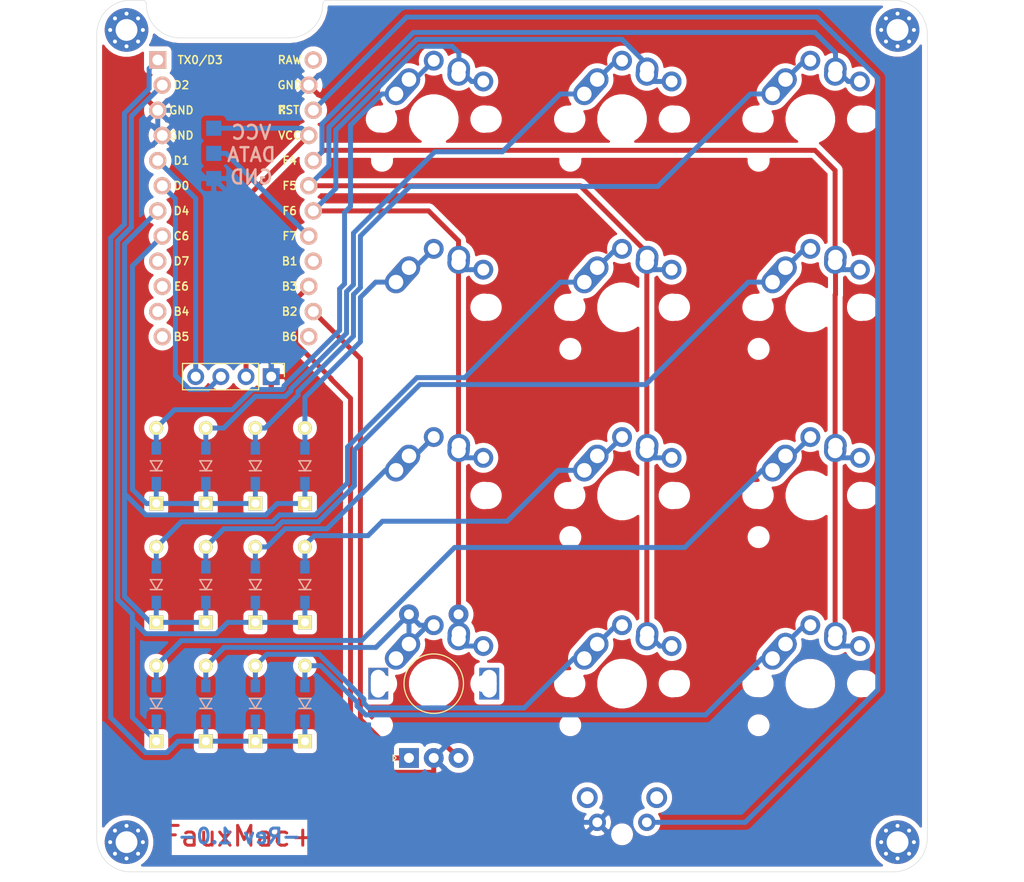
<source format=kicad_pcb>
(kicad_pcb (version 20171130) (host pcbnew "(5.1.9)-1")
  (layers (0 F.Cu signal) (31 B.Cu signal) (34 B.Paste user) (35 F.Paste user) (36 B.SilkS user) (37 F.SilkS user) (38 B.Mask user) (39 F.Mask user) (44 Edge.Cuts user))
  (net 0 "")
  (net 1 "Net-(D1-Pad2)")
  (net 2 r0)
  (net 3 "Net-(D2-Pad2)")
  (net 4 "Net-(D3-Pad2)")
  (net 5 "Net-(D4-Pad2)")
  (net 6 r1)
  (net 7 "Net-(D5-Pad2)")
  (net 8 "Net-(D6-Pad2)")
  (net 9 "Net-(D7-Pad2)")
  (net 10 r2)
  (net 11 "Net-(D8-Pad2)")
  (net 12 "Net-(D9-Pad2)")
  (net 13 "Net-(D10-Pad2)")
  (net 14 r3)
  (net 15 "Net-(D11-Pad2)")
  (net 16 "Net-(D12-Pad2)")
  (net 17 VCC)
  (net 18 "Net-(J1-Pad2)")
  (net 19 GND)
  (net 20 "Net-(J2-Pad4)")
  (net 21 "Net-(J2-Pad3)")
  (net 22 pad_a)
  (net 23 pad_b)
  (net 24 c0)
  (net 25 "Net-(U1-Pad22)")
  (net 26 c1)
  (net 27 c2)
  (net 28 "Net-(U1-Pad24)")
  (net 29 "Net-(U1-Pad12)")
  (net 30 "Net-(U1-Pad16)")
  (net 31 "Net-(U1-Pad13)")
  (net 32 "Net-(U1-Pad11)")
  (net 33 "Net-(U1-Pad10)")
  (net 34 "Net-(U1-Pad9)")
  (module Keebio-Parts:ArduinoProMicro-ZigZag_back_silk_removed (layer F.Cu) (at 180 68 270)
    (fp_text reference U1 hide)
    (fp_text value ProMicro hide)
    (fp_text user TX0/D3 (at -13.97 3.571872) (layer F.SilkS) (effects (font (size 0.8 0.8))))
    (fp_text user D2 (at -11.43 5.461) (layer F.SilkS) (effects (font (size 0.8 0.8))))
    (fp_text user D0 (at -1.27 5.461) (layer F.SilkS) (effects (font (size 0.8 0.8))))
    (fp_text user D1 (at -3.81 5.461) (layer F.SilkS) (effects (font (size 0.8 0.8))))
    (fp_text user GND (at -6.35 5.461) (layer F.SilkS) (effects (font (size 0.8 0.8))))
    (fp_text user GND (at -8.89 5.461) (layer F.SilkS) (effects (font (size 0.8 0.8))))
    (fp_text user D4 (at 1.27 5.461) (layer F.SilkS) (effects (font (size 0.8 0.8))))
    (fp_text user C6 (at 3.81 5.461) (layer F.SilkS) (effects (font (size 0.8 0.8))))
    (fp_text user D7 (at 6.35 5.461) (layer F.SilkS) (effects (font (size 0.8 0.8))))
    (fp_text user E6 (at 8.89 5.461) (layer F.SilkS) (effects (font (size 0.8 0.8))))
    (fp_text user B4 (at 11.43 5.461) (layer F.SilkS) (effects (font (size 0.8 0.8))))
    (fp_text user B5 (at 13.97 5.461) (layer F.SilkS) (effects (font (size 0.8 0.8))))
    (fp_text user B6 (at 13.97 -5.461) (layer F.SilkS) (effects (font (size 0.8 0.8))))
    (fp_text user B3 (at 8.89 -5.461) (layer F.SilkS) (effects (font (size 0.8 0.8))))
    (fp_text user B1 (at 6.35 -5.461) (layer F.SilkS) (effects (font (size 0.8 0.8))))
    (fp_text user F4 (at -3.81 -5.461) (layer F.SilkS) (effects (font (size 0.8 0.8))))
    (fp_text user VCC (at -6.35 -5.461) (layer F.SilkS) (effects (font (size 0.8 0.8))))
    (fp_text user ST (at -8.92 -5.73312) (layer F.SilkS) (effects (font (size 0.8 0.8))))
    (fp_text user GND (at -11.43 -5.461) (layer F.SilkS) (effects (font (size 0.8 0.8))))
    (fp_text user RAW (at -13.97 -5.461) (layer F.SilkS) (effects (font (size 0.8 0.8))))
    (fp_text user F5 (at -1.27 -5.461) (layer F.SilkS) (effects (font (size 0.8 0.8))))
    (fp_text user F6 (at 1.27 -5.461) (layer F.SilkS) (effects (font (size 0.8 0.8))))
    (fp_text user F7 (at 3.81 -5.461) (layer F.SilkS) (effects (font (size 0.8 0.8))))
    (fp_text user B2 (at 11.43 -5.461) (layer F.SilkS) (effects (font (size 0.8 0.8))))
    (pad 24 thru_hole circle (at -13.97 -7.8486 270) (size 1.7526 1.7526) (drill 1.0922) (layers *.Cu *.SilkS *.Mask) (net 28 "Net-(U1-Pad24)"))
    (pad 12 thru_hole circle (at 13.97 7.3914 270) (size 1.7526 1.7526) (drill 1.0922) (layers *.Cu *.SilkS *.Mask) (net 29 "Net-(U1-Pad12)"))
    (pad 23 thru_hole circle (at -11.43 -7.3914 270) (size 1.7526 1.7526) (drill 1.0922) (layers *.Cu *.SilkS *.Mask) (net 19 GND))
    (pad 22 thru_hole circle (at -8.89 -7.8486 270) (size 1.7526 1.7526) (drill 1.0922) (layers *.Cu *.SilkS *.Mask) (net 25 "Net-(U1-Pad22)"))
    (pad 21 thru_hole circle (at -6.35 -7.3914 270) (size 1.7526 1.7526) (drill 1.0922) (layers *.Cu *.SilkS *.Mask) (net 17 VCC))
    (pad 20 thru_hole circle (at -3.81 -7.8486 270) (size 1.7526 1.7526) (drill 1.0922) (layers *.Cu *.SilkS *.Mask) (net 27 c2))
    (pad 19 thru_hole circle (at -1.27 -7.3914 270) (size 1.7526 1.7526) (drill 1.0922) (layers *.Cu *.SilkS *.Mask) (net 26 c1))
    (pad 18 thru_hole circle (at 1.27 -7.8486 270) (size 1.7526 1.7526) (drill 1.0922) (layers *.Cu *.SilkS *.Mask) (net 24 c0))
    (pad 17 thru_hole circle (at 3.81 -7.3914 270) (size 1.7526 1.7526) (drill 1.0922) (layers *.Cu *.SilkS *.Mask) (net 18 "Net-(J1-Pad2)"))
    (pad 16 thru_hole circle (at 6.35 -7.8486 270) (size 1.7526 1.7526) (drill 1.0922) (layers *.Cu *.SilkS *.Mask) (net 30 "Net-(U1-Pad16)"))
    (pad 15 thru_hole circle (at 8.89 -7.3914 270) (size 1.7526 1.7526) (drill 1.0922) (layers *.Cu *.SilkS *.Mask) (net 22 pad_a))
    (pad 14 thru_hole circle (at 11.43 -7.8486 270) (size 1.7526 1.7526) (drill 1.0922) (layers *.Cu *.SilkS *.Mask) (net 23 pad_b))
    (pad 13 thru_hole circle (at 13.97 -7.3914 270) (size 1.7526 1.7526) (drill 1.0922) (layers *.Cu *.SilkS *.Mask) (net 31 "Net-(U1-Pad13)"))
    (pad 11 thru_hole circle (at 11.43 7.8486 270) (size 1.7526 1.7526) (drill 1.0922) (layers *.Cu *.SilkS *.Mask) (net 32 "Net-(U1-Pad11)"))
    (pad 10 thru_hole circle (at 8.89 7.3914 270) (size 1.7526 1.7526) (drill 1.0922) (layers *.Cu *.SilkS *.Mask) (net 33 "Net-(U1-Pad10)"))
    (pad 9 thru_hole circle (at 6.35 7.8486 270) (size 1.7526 1.7526) (drill 1.0922) (layers *.Cu *.SilkS *.Mask) (net 34 "Net-(U1-Pad9)"))
    (pad 8 thru_hole circle (at 3.81 7.3914 270) (size 1.7526 1.7526) (drill 1.0922) (layers *.Cu *.SilkS *.Mask) (net 2 r0))
    (pad 7 thru_hole circle (at 1.27 7.8486 270) (size 1.7526 1.7526) (drill 1.0922) (layers *.Cu *.SilkS *.Mask) (net 6 r1))
    (pad 6 thru_hole circle (at -1.27 7.3914 270) (size 1.7526 1.7526) (drill 1.0922) (layers *.Cu *.SilkS *.Mask) (net 21 "Net-(J2-Pad3)"))
    (pad 5 thru_hole circle (at -3.81 7.8486 270) (size 1.7526 1.7526) (drill 1.0922) (layers *.Cu *.SilkS *.Mask) (net 20 "Net-(J2-Pad4)"))
    (pad 4 thru_hole circle (at -6.35 7.3914 270) (size 1.7526 1.7526) (drill 1.0922) (layers *.Cu *.SilkS *.Mask) (net 19 GND))
    (pad 3 thru_hole circle (at -8.89 7.8486 270) (size 1.7526 1.7526) (drill 1.0922) (layers *.Cu *.SilkS *.Mask) (net 19 GND))
    (pad 2 thru_hole circle (at -11.43 7.3914 270) (size 1.7526 1.7526) (drill 1.0922) (layers *.Cu *.SilkS *.Mask) (net 10 r2))
    (pad 1 thru_hole rect (at -13.97 7.8486 270) (size 1.7526 1.7526) (drill 1.0922) (layers *.Cu *.SilkS *.Mask) (net 14 r3))
  )
  (module Keebio-Parts:RotaryEncoder_EC11 (layer F.Cu) (at 200 117 90)
    (fp_text reference res1)
    (fp_text value RotaryEncoder_Switch)
    (pad A thru_hole rect (at -7.5 -2.5 90) (size 2 2) (drill 1) (layers *.Cu *.Mask) (net 22 pad_a))
    (pad C thru_hole circle (at -7.5 0 90) (size 2 2) (drill 1) (layers *.Cu *.Mask) (net 19 GND))
    (pad B thru_hole circle (at -7.5 2.5 90) (size 2 2) (drill 1) (layers *.Cu *.Mask) (net 23 pad_b))
    (pad "" np_thru_hole rect (at 0 -5.6 90) (size 3.2 2) (drill oval 2.8 1.5) (layers *.Cu *.Mask))
    (pad "" np_thru_hole rect (at 0 5.6 90) (size 3.2 2) (drill oval 2.8 1.5) (layers *.Cu *.Mask))
    (pad S2 thru_hole circle (at 7 -2.5 90) (size 2 2) (drill 1) (layers *.Cu *.Mask) (net 13 "Net-(D10-Pad2)"))
    (pad S1 thru_hole circle (at 7 2.5 90) (size 2 2) (drill 1) (layers *.Cu *.Mask) (net 24 c0))
  )
  (module Keebio-Parts:SW_Tactile_SPST_Angled_MJTP1117 (layer F.Cu) (at 221.5 131 180)
    (fp_text reference reset1 hide)
    (fp_text value reset)
    (pad "" np_thru_hole circle (at 2.5 -1.21 180) (size 1.2 1.2) (drill 1.2) (layers *.Cu *.Mask))
    (pad "" thru_hole circle (at -1 2.49 180) (size 2.1 2.1) (drill 1.3) (layers *.Cu *.Mask))
    (pad 1 thru_hole circle (at 0 0 180) (size 1.75 1.75) (drill 0.99) (layers *.Cu *.Mask) (net 25 "Net-(U1-Pad22)"))
    (pad 2 thru_hole circle (at 5 0 180) (size 1.75 1.75) (drill 0.99) (layers *.Cu *.Mask) (net 19 GND))
    (pad "" thru_hole circle (at 6.01 2.49 180) (size 2.1 2.1) (drill 1.3) (layers *.Cu *.Mask))
  )
  (module misc_footprints:makho_fmask (layer F.Cu) (at 180.4 128)
    (fp_text reference REF** hide)
    (fp_text value makho_fmask)
    (fp_line (start 7 0.5) (end 6.25 -0.75) (layer F.Cu) (width 0.3))
    (fp_line (start 6.5 1.25) (end 7 0.5) (layer F.Cu) (width 0.3))
    (fp_line (start 5.5 1.75) (end 6.5 1.25) (layer F.Cu) (width 0.3))
    (fp_line (start 4.75 0.75) (end 5.5 1.75) (layer F.Cu) (width 0.3))
    (fp_line (start 5 -0.5) (end 4.75 0.75) (layer F.Cu) (width 0.3))
    (fp_line (start 6.25 -0.75) (end 5 -0.5) (layer F.Cu) (width 0.3))
    (fp_line (start 4.25 -0.25) (end 4.5 1.25) (layer F.Cu) (width 0.3))
    (fp_line (start 3.5 -0.5) (end 4.25 -0.25) (layer F.Cu) (width 0.3))
    (fp_line (start 2.75 0) (end 3.5 -0.5) (layer F.Cu) (width 0.3))
    (fp_line (start 2.75 -1.75) (end 2.75 1.5) (layer F.Cu) (width 0.3))
    (fp_line (start 0.5 0) (end 2 1) (layer F.Cu) (width 0.3))
    (fp_line (start 1.75 -1) (end 0.5 0) (layer F.Cu) (width 0.3))
    (fp_line (start 0.5 -2) (end 0.5 1.25) (layer F.Cu) (width 0.3))
    (fp_line (start -1 -0.5) (end -0.5 1.25) (layer F.Cu) (width 0.3))
    (fp_line (start -1.25 1) (end -1 -0.5) (layer F.Cu) (width 0.3))
    (fp_line (start -2.5 1) (end -1.25 1) (layer F.Cu) (width 0.3))
    (fp_line (start -3 0) (end -2.5 1) (layer F.Cu) (width 0.3))
    (fp_line (start -2.75 -0.75) (end -3 0) (layer F.Cu) (width 0.3))
    (fp_line (start -2 -1) (end -2.75 -0.75) (layer F.Cu) (width 0.3))
    (fp_line (start -1.5 -0.5) (end -2 -1) (layer F.Cu) (width 0.3))
    (fp_line (start -3.75 -1.75) (end -3.75 1) (layer F.Cu) (width 0.3))
    (fp_line (start -5.25 -1) (end -4.75 -1.75) (layer F.Cu) (width 0.3))
    (fp_line (start -6 -1.5) (end -5.25 -1) (layer F.Cu) (width 0.3))
    (fp_line (start -6.5 -1) (end -6 -1.5) (layer F.Cu) (width 0.3))
    (fp_line (start -6.5 1.25) (end -6.5 -1) (layer F.Cu) (width 0.3))
    (fp_line (start -4.75 -1.75) (end -3.75 -1.75) (layer F.Cu) (width 0.3))
  )
  (module MountingHole:MountingHole_2.2mm_M2_Pad_Via (layer F.Cu) (at 169 51)
    (fp_text reference REF** hide)
    (fp_text value MountingHole_2.2mm_M2_Pad_Via)
    (pad 1 thru_hole circle (at 0 0) (size 4.4 4.4) (drill 2.2) (layers *.Cu *.Mask))
    (pad 1 thru_hole circle (at 1.65 0) (size 0.7 0.7) (drill 0.4) (layers *.Cu *.Mask))
    (pad 1 thru_hole circle (at 1.166726 1.166726) (size 0.7 0.7) (drill 0.4) (layers *.Cu *.Mask))
    (pad 1 thru_hole circle (at 0 1.65) (size 0.7 0.7) (drill 0.4) (layers *.Cu *.Mask))
    (pad 1 thru_hole circle (at -1.166726 1.166726) (size 0.7 0.7) (drill 0.4) (layers *.Cu *.Mask))
    (pad 1 thru_hole circle (at -1.65 0) (size 0.7 0.7) (drill 0.4) (layers *.Cu *.Mask))
    (pad 1 thru_hole circle (at -1.166726 -1.166726) (size 0.7 0.7) (drill 0.4) (layers *.Cu *.Mask))
    (pad 1 thru_hole circle (at 0 -1.65) (size 0.7 0.7) (drill 0.4) (layers *.Cu *.Mask))
    (pad 1 thru_hole circle (at 1.166726 -1.166726) (size 0.7 0.7) (drill 0.4) (layers *.Cu *.Mask))
  )
  (module MountingHole:MountingHole_2.2mm_M2_Pad_Via (layer F.Cu) (at 246.8 51)
    (fp_text reference REF** hide)
    (fp_text value MountingHole_2.2mm_M2_Pad_Via)
    (pad 1 thru_hole circle (at 0 0) (size 4.4 4.4) (drill 2.2) (layers *.Cu *.Mask))
    (pad 1 thru_hole circle (at 1.65 0) (size 0.7 0.7) (drill 0.4) (layers *.Cu *.Mask))
    (pad 1 thru_hole circle (at 1.166726 1.166726) (size 0.7 0.7) (drill 0.4) (layers *.Cu *.Mask))
    (pad 1 thru_hole circle (at 0 1.65) (size 0.7 0.7) (drill 0.4) (layers *.Cu *.Mask))
    (pad 1 thru_hole circle (at -1.166726 1.166726) (size 0.7 0.7) (drill 0.4) (layers *.Cu *.Mask))
    (pad 1 thru_hole circle (at -1.65 0) (size 0.7 0.7) (drill 0.4) (layers *.Cu *.Mask))
    (pad 1 thru_hole circle (at -1.166726 -1.166726) (size 0.7 0.7) (drill 0.4) (layers *.Cu *.Mask))
    (pad 1 thru_hole circle (at 0 -1.65) (size 0.7 0.7) (drill 0.4) (layers *.Cu *.Mask))
    (pad 1 thru_hole circle (at 1.166726 -1.166726) (size 0.7 0.7) (drill 0.4) (layers *.Cu *.Mask))
  )
  (module MountingHole:MountingHole_2.2mm_M2_Pad_Via (layer F.Cu) (at 246.8 133)
    (fp_text reference REF** hide)
    (fp_text value MountingHole_2.2mm_M2_Pad_Via)
    (pad 1 thru_hole circle (at 0 0) (size 4.4 4.4) (drill 2.2) (layers *.Cu *.Mask))
    (pad 1 thru_hole circle (at 1.65 0) (size 0.7 0.7) (drill 0.4) (layers *.Cu *.Mask))
    (pad 1 thru_hole circle (at 1.166726 1.166726) (size 0.7 0.7) (drill 0.4) (layers *.Cu *.Mask))
    (pad 1 thru_hole circle (at 0 1.65) (size 0.7 0.7) (drill 0.4) (layers *.Cu *.Mask))
    (pad 1 thru_hole circle (at -1.166726 1.166726) (size 0.7 0.7) (drill 0.4) (layers *.Cu *.Mask))
    (pad 1 thru_hole circle (at -1.65 0) (size 0.7 0.7) (drill 0.4) (layers *.Cu *.Mask))
    (pad 1 thru_hole circle (at -1.166726 -1.166726) (size 0.7 0.7) (drill 0.4) (layers *.Cu *.Mask))
    (pad 1 thru_hole circle (at 0 -1.65) (size 0.7 0.7) (drill 0.4) (layers *.Cu *.Mask))
    (pad 1 thru_hole circle (at 1.166726 -1.166726) (size 0.7 0.7) (drill 0.4) (layers *.Cu *.Mask))
  )
  (module MountingHole:MountingHole_2.2mm_M2_Pad_Via (layer F.Cu) (at 169 133)
    (fp_text reference REF** hide)
    (fp_text value MountingHole_2.2mm_M2_Pad_Via)
    (pad 1 thru_hole circle (at 1.166726 -1.166726) (size 0.7 0.7) (drill 0.4) (layers *.Cu *.Mask))
    (pad 1 thru_hole circle (at 0 -1.65) (size 0.7 0.7) (drill 0.4) (layers *.Cu *.Mask))
    (pad 1 thru_hole circle (at -1.166726 -1.166726) (size 0.7 0.7) (drill 0.4) (layers *.Cu *.Mask))
    (pad 1 thru_hole circle (at -1.65 0) (size 0.7 0.7) (drill 0.4) (layers *.Cu *.Mask))
    (pad 1 thru_hole circle (at -1.166726 1.166726) (size 0.7 0.7) (drill 0.4) (layers *.Cu *.Mask))
    (pad 1 thru_hole circle (at 0 1.65) (size 0.7 0.7) (drill 0.4) (layers *.Cu *.Mask))
    (pad 1 thru_hole circle (at 1.166726 1.166726) (size 0.7 0.7) (drill 0.4) (layers *.Cu *.Mask))
    (pad 1 thru_hole circle (at 1.65 0) (size 0.7 0.7) (drill 0.4) (layers *.Cu *.Mask))
    (pad 1 thru_hole circle (at 0 0) (size 4.4 4.4) (drill 2.2) (layers *.Cu *.Mask))
  )
  (module Keebio-Parts:MX-Alps-Choc-1U-NoLED (layer F.Cu) (at 238 117)
    (fp_text reference SW12 hide)
    (fp_text value SW_SPST)
    (pad "" np_thru_hole circle (at -5.22 4.2 48.1) (size 1.2 1.2) (drill 1.2) (layers *.Cu *.Mask))
    (pad "" np_thru_hole circle (at 5.5 0 48.1) (size 1.7 1.7) (drill 1.7) (layers *.Cu *.Mask))
    (pad "" np_thru_hole circle (at -5.5 0 48.1) (size 1.7 1.7) (drill 1.7) (layers *.Cu *.Mask))
    (pad 2 thru_hole circle (at 0 -5.9) (size 2 2) (drill 1.2) (layers *.Cu *.Mask) (net 16 "Net-(D12-Pad2)"))
    (pad 1 thru_hole circle (at 5 -3.8) (size 2 2) (drill 1.2) (layers *.Cu *.Mask) (net 27 c2))
    (pad "" np_thru_hole circle (at 5.08 0 48.0996) (size 1.75 1.75) (drill 1.75) (layers *.Cu *.Mask))
    (pad "" np_thru_hole circle (at -5.08 0 48.0996) (size 1.75 1.75) (drill 1.75) (layers *.Cu *.Mask))
    (pad 2 thru_hole circle (at -2.5 -4) (size 2.25 2.25) (drill 1.47) (layers *.Cu *.Mask) (net 16 "Net-(D12-Pad2)"))
    (pad "" np_thru_hole circle (at 0 0) (size 3.9878 3.9878) (drill 3.9878) (layers *.Cu *.Mask))
    (pad 2 thru_hole oval (at -3.81 -2.54 48.1) (size 4.211556 2.25) (drill 1.47 (offset 0.980778 0)) (layers *.Cu *.Mask) (net 16 "Net-(D12-Pad2)"))
    (pad 1 thru_hole circle (at 2.54 -5.08) (size 2.25 2.25) (drill 1.47) (layers *.Cu *.Mask) (net 27 c2))
    (pad 1 thru_hole oval (at 2.5 -4.5 86.1) (size 2.831378 2.25) (drill 1.47 (offset 0.290689 0)) (layers *.Cu *.Mask) (net 27 c2))
  )
  (module Keebio-Parts:MX-Alps-Choc-1U-NoLED (layer F.Cu) (at 219 117)
    (fp_text reference SW11 hide)
    (fp_text value SW_SPST)
    (pad "" np_thru_hole circle (at -5.22 4.2 48.1) (size 1.2 1.2) (drill 1.2) (layers *.Cu *.Mask))
    (pad "" np_thru_hole circle (at 5.5 0 48.1) (size 1.7 1.7) (drill 1.7) (layers *.Cu *.Mask))
    (pad "" np_thru_hole circle (at -5.5 0 48.1) (size 1.7 1.7) (drill 1.7) (layers *.Cu *.Mask))
    (pad 2 thru_hole circle (at 0 -5.9) (size 2 2) (drill 1.2) (layers *.Cu *.Mask) (net 15 "Net-(D11-Pad2)"))
    (pad 1 thru_hole circle (at 5 -3.8) (size 2 2) (drill 1.2) (layers *.Cu *.Mask) (net 26 c1))
    (pad "" np_thru_hole circle (at 5.08 0 48.0996) (size 1.75 1.75) (drill 1.75) (layers *.Cu *.Mask))
    (pad "" np_thru_hole circle (at -5.08 0 48.0996) (size 1.75 1.75) (drill 1.75) (layers *.Cu *.Mask))
    (pad 2 thru_hole circle (at -2.5 -4) (size 2.25 2.25) (drill 1.47) (layers *.Cu *.Mask) (net 15 "Net-(D11-Pad2)"))
    (pad "" np_thru_hole circle (at 0 0) (size 3.9878 3.9878) (drill 3.9878) (layers *.Cu *.Mask))
    (pad 2 thru_hole oval (at -3.81 -2.54 48.1) (size 4.211556 2.25) (drill 1.47 (offset 0.980778 0)) (layers *.Cu *.Mask) (net 15 "Net-(D11-Pad2)"))
    (pad 1 thru_hole circle (at 2.54 -5.08) (size 2.25 2.25) (drill 1.47) (layers *.Cu *.Mask) (net 26 c1))
    (pad 1 thru_hole oval (at 2.5 -4.5 86.1) (size 2.831378 2.25) (drill 1.47 (offset 0.290689 0)) (layers *.Cu *.Mask) (net 26 c1))
  )
  (module Keebio-Parts:MX-Alps-Choc-1U-NoLED (layer F.Cu) (at 200 117)
    (fp_text reference SW10 hide)
    (fp_text value SW_SPST)
    (pad "" np_thru_hole circle (at -5.22 4.2 48.1) (size 1.2 1.2) (drill 1.2) (layers *.Cu *.Mask))
    (pad "" np_thru_hole circle (at 5.5 0 48.1) (size 1.7 1.7) (drill 1.7) (layers *.Cu *.Mask))
    (pad "" np_thru_hole circle (at -5.5 0 48.1) (size 1.7 1.7) (drill 1.7) (layers *.Cu *.Mask))
    (pad 2 thru_hole circle (at 0 -5.9) (size 2 2) (drill 1.2) (layers *.Cu *.Mask) (net 13 "Net-(D10-Pad2)"))
    (pad 1 thru_hole circle (at 5 -3.8) (size 2 2) (drill 1.2) (layers *.Cu *.Mask) (net 24 c0))
    (pad "" np_thru_hole circle (at 5.08 0 48.0996) (size 1.75 1.75) (drill 1.75) (layers *.Cu *.Mask))
    (pad "" np_thru_hole circle (at -5.08 0 48.0996) (size 1.75 1.75) (drill 1.75) (layers *.Cu *.Mask))
    (pad 2 thru_hole circle (at -2.5 -4) (size 2.25 2.25) (drill 1.47) (layers *.Cu *.Mask) (net 13 "Net-(D10-Pad2)"))
    (pad "" np_thru_hole circle (at 0 0) (size 3.9878 3.9878) (drill 3.9878) (layers *.Cu *.Mask))
    (pad 2 thru_hole oval (at -3.81 -2.54 48.1) (size 4.211556 2.25) (drill 1.47 (offset 0.980778 0)) (layers *.Cu *.Mask) (net 13 "Net-(D10-Pad2)"))
    (pad 1 thru_hole circle (at 2.54 -5.08) (size 2.25 2.25) (drill 1.47) (layers *.Cu *.Mask) (net 24 c0))
    (pad 1 thru_hole oval (at 2.5 -4.5 86.1) (size 2.831378 2.25) (drill 1.47 (offset 0.290689 0)) (layers *.Cu *.Mask) (net 24 c0))
  )
  (module Keebio-Parts:MX-Alps-Choc-1U-NoLED (layer F.Cu) (at 238 98)
    (fp_text reference SW9 hide)
    (fp_text value SW_SPST)
    (pad "" np_thru_hole circle (at -5.22 4.2 48.1) (size 1.2 1.2) (drill 1.2) (layers *.Cu *.Mask))
    (pad "" np_thru_hole circle (at 5.5 0 48.1) (size 1.7 1.7) (drill 1.7) (layers *.Cu *.Mask))
    (pad "" np_thru_hole circle (at -5.5 0 48.1) (size 1.7 1.7) (drill 1.7) (layers *.Cu *.Mask))
    (pad 2 thru_hole circle (at 0 -5.9) (size 2 2) (drill 1.2) (layers *.Cu *.Mask) (net 12 "Net-(D9-Pad2)"))
    (pad 1 thru_hole circle (at 5 -3.8) (size 2 2) (drill 1.2) (layers *.Cu *.Mask) (net 27 c2))
    (pad "" np_thru_hole circle (at 5.08 0 48.0996) (size 1.75 1.75) (drill 1.75) (layers *.Cu *.Mask))
    (pad "" np_thru_hole circle (at -5.08 0 48.0996) (size 1.75 1.75) (drill 1.75) (layers *.Cu *.Mask))
    (pad 2 thru_hole circle (at -2.5 -4) (size 2.25 2.25) (drill 1.47) (layers *.Cu *.Mask) (net 12 "Net-(D9-Pad2)"))
    (pad "" np_thru_hole circle (at 0 0) (size 3.9878 3.9878) (drill 3.9878) (layers *.Cu *.Mask))
    (pad 2 thru_hole oval (at -3.81 -2.54 48.1) (size 4.211556 2.25) (drill 1.47 (offset 0.980778 0)) (layers *.Cu *.Mask) (net 12 "Net-(D9-Pad2)"))
    (pad 1 thru_hole circle (at 2.54 -5.08) (size 2.25 2.25) (drill 1.47) (layers *.Cu *.Mask) (net 27 c2))
    (pad 1 thru_hole oval (at 2.5 -4.5 86.1) (size 2.831378 2.25) (drill 1.47 (offset 0.290689 0)) (layers *.Cu *.Mask) (net 27 c2))
  )
  (module Keebio-Parts:MX-Alps-Choc-1U-NoLED (layer F.Cu) (at 219 98)
    (fp_text reference SW8 hide)
    (fp_text value SW_SPST)
    (pad "" np_thru_hole circle (at -5.22 4.2 48.1) (size 1.2 1.2) (drill 1.2) (layers *.Cu *.Mask))
    (pad "" np_thru_hole circle (at 5.5 0 48.1) (size 1.7 1.7) (drill 1.7) (layers *.Cu *.Mask))
    (pad "" np_thru_hole circle (at -5.5 0 48.1) (size 1.7 1.7) (drill 1.7) (layers *.Cu *.Mask))
    (pad 2 thru_hole circle (at 0 -5.9) (size 2 2) (drill 1.2) (layers *.Cu *.Mask) (net 11 "Net-(D8-Pad2)"))
    (pad 1 thru_hole circle (at 5 -3.8) (size 2 2) (drill 1.2) (layers *.Cu *.Mask) (net 26 c1))
    (pad "" np_thru_hole circle (at 5.08 0 48.0996) (size 1.75 1.75) (drill 1.75) (layers *.Cu *.Mask))
    (pad "" np_thru_hole circle (at -5.08 0 48.0996) (size 1.75 1.75) (drill 1.75) (layers *.Cu *.Mask))
    (pad 2 thru_hole circle (at -2.5 -4) (size 2.25 2.25) (drill 1.47) (layers *.Cu *.Mask) (net 11 "Net-(D8-Pad2)"))
    (pad "" np_thru_hole circle (at 0 0) (size 3.9878 3.9878) (drill 3.9878) (layers *.Cu *.Mask))
    (pad 2 thru_hole oval (at -3.81 -2.54 48.1) (size 4.211556 2.25) (drill 1.47 (offset 0.980778 0)) (layers *.Cu *.Mask) (net 11 "Net-(D8-Pad2)"))
    (pad 1 thru_hole circle (at 2.54 -5.08) (size 2.25 2.25) (drill 1.47) (layers *.Cu *.Mask) (net 26 c1))
    (pad 1 thru_hole oval (at 2.5 -4.5 86.1) (size 2.831378 2.25) (drill 1.47 (offset 0.290689 0)) (layers *.Cu *.Mask) (net 26 c1))
  )
  (module Keebio-Parts:MX-Alps-Choc-1U-NoLED (layer F.Cu) (at 200 98)
    (fp_text reference SW7 hide)
    (fp_text value SW_SPST)
    (pad "" np_thru_hole circle (at -5.22 4.2 48.1) (size 1.2 1.2) (drill 1.2) (layers *.Cu *.Mask))
    (pad "" np_thru_hole circle (at 5.5 0 48.1) (size 1.7 1.7) (drill 1.7) (layers *.Cu *.Mask))
    (pad "" np_thru_hole circle (at -5.5 0 48.1) (size 1.7 1.7) (drill 1.7) (layers *.Cu *.Mask))
    (pad 2 thru_hole circle (at 0 -5.9) (size 2 2) (drill 1.2) (layers *.Cu *.Mask) (net 9 "Net-(D7-Pad2)"))
    (pad 1 thru_hole circle (at 5 -3.8) (size 2 2) (drill 1.2) (layers *.Cu *.Mask) (net 24 c0))
    (pad "" np_thru_hole circle (at 5.08 0 48.0996) (size 1.75 1.75) (drill 1.75) (layers *.Cu *.Mask))
    (pad "" np_thru_hole circle (at -5.08 0 48.0996) (size 1.75 1.75) (drill 1.75) (layers *.Cu *.Mask))
    (pad 2 thru_hole circle (at -2.5 -4) (size 2.25 2.25) (drill 1.47) (layers *.Cu *.Mask) (net 9 "Net-(D7-Pad2)"))
    (pad "" np_thru_hole circle (at 0 0) (size 3.9878 3.9878) (drill 3.9878) (layers *.Cu *.Mask))
    (pad 2 thru_hole oval (at -3.81 -2.54 48.1) (size 4.211556 2.25) (drill 1.47 (offset 0.980778 0)) (layers *.Cu *.Mask) (net 9 "Net-(D7-Pad2)"))
    (pad 1 thru_hole circle (at 2.54 -5.08) (size 2.25 2.25) (drill 1.47) (layers *.Cu *.Mask) (net 24 c0))
    (pad 1 thru_hole oval (at 2.5 -4.5 86.1) (size 2.831378 2.25) (drill 1.47 (offset 0.290689 0)) (layers *.Cu *.Mask) (net 24 c0))
  )
  (module Keebio-Parts:MX-Alps-Choc-1U-NoLED (layer F.Cu) (at 238 79)
    (fp_text reference SW6 hide)
    (fp_text value SW_SPST)
    (pad "" np_thru_hole circle (at -5.22 4.2 48.1) (size 1.2 1.2) (drill 1.2) (layers *.Cu *.Mask))
    (pad "" np_thru_hole circle (at 5.5 0 48.1) (size 1.7 1.7) (drill 1.7) (layers *.Cu *.Mask))
    (pad "" np_thru_hole circle (at -5.5 0 48.1) (size 1.7 1.7) (drill 1.7) (layers *.Cu *.Mask))
    (pad 2 thru_hole circle (at 0 -5.9) (size 2 2) (drill 1.2) (layers *.Cu *.Mask) (net 8 "Net-(D6-Pad2)"))
    (pad 1 thru_hole circle (at 5 -3.8) (size 2 2) (drill 1.2) (layers *.Cu *.Mask) (net 27 c2))
    (pad "" np_thru_hole circle (at 5.08 0 48.0996) (size 1.75 1.75) (drill 1.75) (layers *.Cu *.Mask))
    (pad "" np_thru_hole circle (at -5.08 0 48.0996) (size 1.75 1.75) (drill 1.75) (layers *.Cu *.Mask))
    (pad 2 thru_hole circle (at -2.5 -4) (size 2.25 2.25) (drill 1.47) (layers *.Cu *.Mask) (net 8 "Net-(D6-Pad2)"))
    (pad "" np_thru_hole circle (at 0 0) (size 3.9878 3.9878) (drill 3.9878) (layers *.Cu *.Mask))
    (pad 2 thru_hole oval (at -3.81 -2.54 48.1) (size 4.211556 2.25) (drill 1.47 (offset 0.980778 0)) (layers *.Cu *.Mask) (net 8 "Net-(D6-Pad2)"))
    (pad 1 thru_hole circle (at 2.54 -5.08) (size 2.25 2.25) (drill 1.47) (layers *.Cu *.Mask) (net 27 c2))
    (pad 1 thru_hole oval (at 2.5 -4.5 86.1) (size 2.831378 2.25) (drill 1.47 (offset 0.290689 0)) (layers *.Cu *.Mask) (net 27 c2))
  )
  (module Keebio-Parts:MX-Alps-Choc-1U-NoLED (layer F.Cu) (at 219 79)
    (fp_text reference SW5 hide)
    (fp_text value SW_SPST)
    (pad "" np_thru_hole circle (at -5.22 4.2 48.1) (size 1.2 1.2) (drill 1.2) (layers *.Cu *.Mask))
    (pad "" np_thru_hole circle (at 5.5 0 48.1) (size 1.7 1.7) (drill 1.7) (layers *.Cu *.Mask))
    (pad "" np_thru_hole circle (at -5.5 0 48.1) (size 1.7 1.7) (drill 1.7) (layers *.Cu *.Mask))
    (pad 2 thru_hole circle (at 0 -5.9) (size 2 2) (drill 1.2) (layers *.Cu *.Mask) (net 7 "Net-(D5-Pad2)"))
    (pad 1 thru_hole circle (at 5 -3.8) (size 2 2) (drill 1.2) (layers *.Cu *.Mask) (net 26 c1))
    (pad "" np_thru_hole circle (at 5.08 0 48.0996) (size 1.75 1.75) (drill 1.75) (layers *.Cu *.Mask))
    (pad "" np_thru_hole circle (at -5.08 0 48.0996) (size 1.75 1.75) (drill 1.75) (layers *.Cu *.Mask))
    (pad 2 thru_hole circle (at -2.5 -4) (size 2.25 2.25) (drill 1.47) (layers *.Cu *.Mask) (net 7 "Net-(D5-Pad2)"))
    (pad "" np_thru_hole circle (at 0 0) (size 3.9878 3.9878) (drill 3.9878) (layers *.Cu *.Mask))
    (pad 2 thru_hole oval (at -3.81 -2.54 48.1) (size 4.211556 2.25) (drill 1.47 (offset 0.980778 0)) (layers *.Cu *.Mask) (net 7 "Net-(D5-Pad2)"))
    (pad 1 thru_hole circle (at 2.54 -5.08) (size 2.25 2.25) (drill 1.47) (layers *.Cu *.Mask) (net 26 c1))
    (pad 1 thru_hole oval (at 2.5 -4.5 86.1) (size 2.831378 2.25) (drill 1.47 (offset 0.290689 0)) (layers *.Cu *.Mask) (net 26 c1))
  )
  (module Keebio-Parts:MX-Alps-Choc-1U-NoLED (layer F.Cu) (at 200 79)
    (fp_text reference SW4 hide)
    (fp_text value SW_SPST)
    (pad "" np_thru_hole circle (at -5.22 4.2 48.1) (size 1.2 1.2) (drill 1.2) (layers *.Cu *.Mask))
    (pad "" np_thru_hole circle (at 5.5 0 48.1) (size 1.7 1.7) (drill 1.7) (layers *.Cu *.Mask))
    (pad "" np_thru_hole circle (at -5.5 0 48.1) (size 1.7 1.7) (drill 1.7) (layers *.Cu *.Mask))
    (pad 2 thru_hole circle (at 0 -5.9) (size 2 2) (drill 1.2) (layers *.Cu *.Mask) (net 5 "Net-(D4-Pad2)"))
    (pad 1 thru_hole circle (at 5 -3.8) (size 2 2) (drill 1.2) (layers *.Cu *.Mask) (net 24 c0))
    (pad "" np_thru_hole circle (at 5.08 0 48.0996) (size 1.75 1.75) (drill 1.75) (layers *.Cu *.Mask))
    (pad "" np_thru_hole circle (at -5.08 0 48.0996) (size 1.75 1.75) (drill 1.75) (layers *.Cu *.Mask))
    (pad 2 thru_hole circle (at -2.5 -4) (size 2.25 2.25) (drill 1.47) (layers *.Cu *.Mask) (net 5 "Net-(D4-Pad2)"))
    (pad "" np_thru_hole circle (at 0 0) (size 3.9878 3.9878) (drill 3.9878) (layers *.Cu *.Mask))
    (pad 2 thru_hole oval (at -3.81 -2.54 48.1) (size 4.211556 2.25) (drill 1.47 (offset 0.980778 0)) (layers *.Cu *.Mask) (net 5 "Net-(D4-Pad2)"))
    (pad 1 thru_hole circle (at 2.54 -5.08) (size 2.25 2.25) (drill 1.47) (layers *.Cu *.Mask) (net 24 c0))
    (pad 1 thru_hole oval (at 2.5 -4.5 86.1) (size 2.831378 2.25) (drill 1.47 (offset 0.290689 0)) (layers *.Cu *.Mask) (net 24 c0))
  )
  (module Keebio-Parts:MX-Alps-Choc-1U-NoLED (layer F.Cu) (at 238 60)
    (fp_text reference SW3 hide)
    (fp_text value SW_SPST)
    (pad "" np_thru_hole circle (at -5.22 4.2 48.1) (size 1.2 1.2) (drill 1.2) (layers *.Cu *.Mask))
    (pad "" np_thru_hole circle (at 5.5 0 48.1) (size 1.7 1.7) (drill 1.7) (layers *.Cu *.Mask))
    (pad "" np_thru_hole circle (at -5.5 0 48.1) (size 1.7 1.7) (drill 1.7) (layers *.Cu *.Mask))
    (pad 2 thru_hole circle (at 0 -5.9) (size 2 2) (drill 1.2) (layers *.Cu *.Mask) (net 4 "Net-(D3-Pad2)"))
    (pad 1 thru_hole circle (at 5 -3.8) (size 2 2) (drill 1.2) (layers *.Cu *.Mask) (net 27 c2))
    (pad "" np_thru_hole circle (at 5.08 0 48.0996) (size 1.75 1.75) (drill 1.75) (layers *.Cu *.Mask))
    (pad "" np_thru_hole circle (at -5.08 0 48.0996) (size 1.75 1.75) (drill 1.75) (layers *.Cu *.Mask))
    (pad 2 thru_hole circle (at -2.5 -4) (size 2.25 2.25) (drill 1.47) (layers *.Cu *.Mask) (net 4 "Net-(D3-Pad2)"))
    (pad "" np_thru_hole circle (at 0 0) (size 3.9878 3.9878) (drill 3.9878) (layers *.Cu *.Mask))
    (pad 2 thru_hole oval (at -3.81 -2.54 48.1) (size 4.211556 2.25) (drill 1.47 (offset 0.980778 0)) (layers *.Cu *.Mask) (net 4 "Net-(D3-Pad2)"))
    (pad 1 thru_hole circle (at 2.54 -5.08) (size 2.25 2.25) (drill 1.47) (layers *.Cu *.Mask) (net 27 c2))
    (pad 1 thru_hole oval (at 2.5 -4.5 86.1) (size 2.831378 2.25) (drill 1.47 (offset 0.290689 0)) (layers *.Cu *.Mask) (net 27 c2))
  )
  (module Keebio-Parts:MX-Alps-Choc-1U-NoLED (layer F.Cu) (at 219 60)
    (fp_text reference SW2 hide)
    (fp_text value SW_SPST)
    (pad "" np_thru_hole circle (at -5.22 4.2 48.1) (size 1.2 1.2) (drill 1.2) (layers *.Cu *.Mask))
    (pad "" np_thru_hole circle (at 5.5 0 48.1) (size 1.7 1.7) (drill 1.7) (layers *.Cu *.Mask))
    (pad "" np_thru_hole circle (at -5.5 0 48.1) (size 1.7 1.7) (drill 1.7) (layers *.Cu *.Mask))
    (pad 2 thru_hole circle (at 0 -5.9) (size 2 2) (drill 1.2) (layers *.Cu *.Mask) (net 3 "Net-(D2-Pad2)"))
    (pad 1 thru_hole circle (at 5 -3.8) (size 2 2) (drill 1.2) (layers *.Cu *.Mask) (net 26 c1))
    (pad "" np_thru_hole circle (at 5.08 0 48.0996) (size 1.75 1.75) (drill 1.75) (layers *.Cu *.Mask))
    (pad "" np_thru_hole circle (at -5.08 0 48.0996) (size 1.75 1.75) (drill 1.75) (layers *.Cu *.Mask))
    (pad 2 thru_hole circle (at -2.5 -4) (size 2.25 2.25) (drill 1.47) (layers *.Cu *.Mask) (net 3 "Net-(D2-Pad2)"))
    (pad "" np_thru_hole circle (at 0 0) (size 3.9878 3.9878) (drill 3.9878) (layers *.Cu *.Mask))
    (pad 2 thru_hole oval (at -3.81 -2.54 48.1) (size 4.211556 2.25) (drill 1.47 (offset 0.980778 0)) (layers *.Cu *.Mask) (net 3 "Net-(D2-Pad2)"))
    (pad 1 thru_hole circle (at 2.54 -5.08) (size 2.25 2.25) (drill 1.47) (layers *.Cu *.Mask) (net 26 c1))
    (pad 1 thru_hole oval (at 2.5 -4.5 86.1) (size 2.831378 2.25) (drill 1.47 (offset 0.290689 0)) (layers *.Cu *.Mask) (net 26 c1))
  )
  (module Keebio-Parts:MX-Alps-Choc-1U-NoLED (layer F.Cu) (at 200 60)
    (fp_text reference SW1 hide)
    (fp_text value SW_SPST)
    (pad "" np_thru_hole circle (at -5.22 4.2 48.1) (size 1.2 1.2) (drill 1.2) (layers *.Cu *.Mask))
    (pad "" np_thru_hole circle (at 5.5 0 48.1) (size 1.7 1.7) (drill 1.7) (layers *.Cu *.Mask))
    (pad "" np_thru_hole circle (at -5.5 0 48.1) (size 1.7 1.7) (drill 1.7) (layers *.Cu *.Mask))
    (pad 2 thru_hole circle (at 0 -5.9) (size 2 2) (drill 1.2) (layers *.Cu *.Mask) (net 1 "Net-(D1-Pad2)"))
    (pad 1 thru_hole circle (at 5 -3.8) (size 2 2) (drill 1.2) (layers *.Cu *.Mask) (net 24 c0))
    (pad "" np_thru_hole circle (at 5.08 0 48.0996) (size 1.75 1.75) (drill 1.75) (layers *.Cu *.Mask))
    (pad "" np_thru_hole circle (at -5.08 0 48.0996) (size 1.75 1.75) (drill 1.75) (layers *.Cu *.Mask))
    (pad 2 thru_hole circle (at -2.5 -4) (size 2.25 2.25) (drill 1.47) (layers *.Cu *.Mask) (net 1 "Net-(D1-Pad2)"))
    (pad "" np_thru_hole circle (at 0 0) (size 3.9878 3.9878) (drill 3.9878) (layers *.Cu *.Mask))
    (pad 2 thru_hole oval (at -3.81 -2.54 48.1) (size 4.211556 2.25) (drill 1.47 (offset 0.980778 0)) (layers *.Cu *.Mask) (net 1 "Net-(D1-Pad2)"))
    (pad 1 thru_hole circle (at 2.54 -5.08) (size 2.25 2.25) (drill 1.47) (layers *.Cu *.Mask) (net 24 c0))
    (pad 1 thru_hole oval (at 2.5 -4.5 86.1) (size 2.831378 2.25) (drill 1.47 (offset 0.290689 0)) (layers *.Cu *.Mask) (net 24 c0))
  )
  (module Connector_PinHeader_2.54mm:PinHeader_1x04_P2.54mm_Vertical (layer F.Cu) (at 183.6 86 270)
    (fp_text reference J2 hide)
    (fp_text value OLED)
    (pad 4 thru_hole oval (at 0 7.62 270) (size 1.7 1.7) (drill 1) (layers *.Cu *.Mask) (net 20 "Net-(J2-Pad4)"))
    (pad 3 thru_hole oval (at 0 5.08 270) (size 1.7 1.7) (drill 1) (layers *.Cu *.Mask) (net 21 "Net-(J2-Pad3)"))
    (pad 2 thru_hole oval (at 0 2.54 270) (size 1.7 1.7) (drill 1) (layers *.Cu *.Mask) (net 17 VCC))
    (pad 1 thru_hole rect (at 0 0 270) (size 1.7 1.7) (drill 1) (layers *.Cu *.Mask) (net 19 GND))
  )
  (module Keebio-Parts:StripLED_rev_frontonly (layer B.Cu) (at 177.8 66)
    (fp_text reference J1 hide)
    (fp_text value RGB hide)
    (pad 3 smd rect (at 0 -5.08) (size 1.524 1.524) (layers B.Cu B.Paste B.Mask) (net 17 VCC))
    (pad 2 smd rect (at 0 -2.54) (size 1.524 1.524) (layers B.Cu B.Paste B.Mask) (net 18 "Net-(J1-Pad2)"))
    (pad 1 smd rect (at 0 0) (size 1.524 1.524) (layers B.Cu B.Paste B.Mask) (net 19 GND))
  )
  (module Keebio-Parts:D3_TH_SMD_back_only (layer F.Cu) (at 187 119 90)
    (fp_text reference D12 hide)
    (fp_text value D_Small hide)
    (pad 2 thru_hole circle (at 3.81 0 90) (size 1.397 1.397) (drill 0.8128) (layers *.Cu *.Mask F.SilkS) (net 16 "Net-(D12-Pad2)"))
    (pad 1 thru_hole rect (at -3.81 0 90) (size 1.397 1.397) (drill 0.8128) (layers *.Cu *.Mask F.SilkS) (net 14 r3))
    (pad 1 smd rect (at -1.775 0 90) (size 1.3 0.95) (layers B.Cu B.Paste B.Mask) (net 14 r3))
    (pad 2 smd rect (at 1.775 0 90) (size 1.3 0.95) (layers B.Cu B.Paste B.Mask) (net 16 "Net-(D12-Pad2)"))
  )
  (module Keebio-Parts:D3_TH_SMD_back_only (layer F.Cu) (at 182 119 90)
    (fp_text reference D11 hide)
    (fp_text value D_Small hide)
    (pad 2 thru_hole circle (at 3.81 0 90) (size 1.397 1.397) (drill 0.8128) (layers *.Cu *.Mask F.SilkS) (net 15 "Net-(D11-Pad2)"))
    (pad 1 thru_hole rect (at -3.81 0 90) (size 1.397 1.397) (drill 0.8128) (layers *.Cu *.Mask F.SilkS) (net 14 r3))
    (pad 1 smd rect (at -1.775 0 90) (size 1.3 0.95) (layers B.Cu B.Paste B.Mask) (net 14 r3))
    (pad 2 smd rect (at 1.775 0 90) (size 1.3 0.95) (layers B.Cu B.Paste B.Mask) (net 15 "Net-(D11-Pad2)"))
  )
  (module Keebio-Parts:D3_TH_SMD_back_only (layer F.Cu) (at 177 119 90)
    (fp_text reference D10 hide)
    (fp_text value D_Small hide)
    (pad 2 thru_hole circle (at 3.81 0 90) (size 1.397 1.397) (drill 0.8128) (layers *.Cu *.Mask F.SilkS) (net 13 "Net-(D10-Pad2)"))
    (pad 1 thru_hole rect (at -3.81 0 90) (size 1.397 1.397) (drill 0.8128) (layers *.Cu *.Mask F.SilkS) (net 14 r3))
    (pad 1 smd rect (at -1.775 0 90) (size 1.3 0.95) (layers B.Cu B.Paste B.Mask) (net 14 r3))
    (pad 2 smd rect (at 1.775 0 90) (size 1.3 0.95) (layers B.Cu B.Paste B.Mask) (net 13 "Net-(D10-Pad2)"))
  )
  (module Keebio-Parts:D3_TH_SMD_back_only (layer F.Cu) (at 172 119 90)
    (fp_text reference D9 hide)
    (fp_text value D_Small hide)
    (pad 2 thru_hole circle (at 3.81 0 90) (size 1.397 1.397) (drill 0.8128) (layers *.Cu *.Mask F.SilkS) (net 12 "Net-(D9-Pad2)"))
    (pad 1 thru_hole rect (at -3.81 0 90) (size 1.397 1.397) (drill 0.8128) (layers *.Cu *.Mask F.SilkS) (net 10 r2))
    (pad 1 smd rect (at -1.775 0 90) (size 1.3 0.95) (layers B.Cu B.Paste B.Mask) (net 10 r2))
    (pad 2 smd rect (at 1.775 0 90) (size 1.3 0.95) (layers B.Cu B.Paste B.Mask) (net 12 "Net-(D9-Pad2)"))
  )
  (module Keebio-Parts:D3_TH_SMD_back_only (layer F.Cu) (at 187 107 90)
    (fp_text reference D8 hide)
    (fp_text value D_Small hide)
    (pad 2 thru_hole circle (at 3.81 0 90) (size 1.397 1.397) (drill 0.8128) (layers *.Cu *.Mask F.SilkS) (net 11 "Net-(D8-Pad2)"))
    (pad 1 thru_hole rect (at -3.81 0 90) (size 1.397 1.397) (drill 0.8128) (layers *.Cu *.Mask F.SilkS) (net 10 r2))
    (pad 1 smd rect (at -1.775 0 90) (size 1.3 0.95) (layers B.Cu B.Paste B.Mask) (net 10 r2))
    (pad 2 smd rect (at 1.775 0 90) (size 1.3 0.95) (layers B.Cu B.Paste B.Mask) (net 11 "Net-(D8-Pad2)"))
  )
  (module Keebio-Parts:D3_TH_SMD_back_only (layer F.Cu) (at 182 107 90)
    (fp_text reference D7 hide)
    (fp_text value D_Small hide)
    (pad 2 thru_hole circle (at 3.81 0 90) (size 1.397 1.397) (drill 0.8128) (layers *.Cu *.Mask F.SilkS) (net 9 "Net-(D7-Pad2)"))
    (pad 1 thru_hole rect (at -3.81 0 90) (size 1.397 1.397) (drill 0.8128) (layers *.Cu *.Mask F.SilkS) (net 10 r2))
    (pad 1 smd rect (at -1.775 0 90) (size 1.3 0.95) (layers B.Cu B.Paste B.Mask) (net 10 r2))
    (pad 2 smd rect (at 1.775 0 90) (size 1.3 0.95) (layers B.Cu B.Paste B.Mask) (net 9 "Net-(D7-Pad2)"))
  )
  (module Keebio-Parts:D3_TH_SMD_back_only (layer F.Cu) (at 177 107 90)
    (fp_text reference D6 hide)
    (fp_text value D_Small hide)
    (pad 2 thru_hole circle (at 3.81 0 90) (size 1.397 1.397) (drill 0.8128) (layers *.Cu *.Mask F.SilkS) (net 8 "Net-(D6-Pad2)"))
    (pad 1 thru_hole rect (at -3.81 0 90) (size 1.397 1.397) (drill 0.8128) (layers *.Cu *.Mask F.SilkS) (net 6 r1))
    (pad 1 smd rect (at -1.775 0 90) (size 1.3 0.95) (layers B.Cu B.Paste B.Mask) (net 6 r1))
    (pad 2 smd rect (at 1.775 0 90) (size 1.3 0.95) (layers B.Cu B.Paste B.Mask) (net 8 "Net-(D6-Pad2)"))
  )
  (module Keebio-Parts:D3_TH_SMD_back_only (layer F.Cu) (at 172 107 90)
    (fp_text reference D5 hide)
    (fp_text value D_Small hide)
    (pad 2 thru_hole circle (at 3.81 0 90) (size 1.397 1.397) (drill 0.8128) (layers *.Cu *.Mask F.SilkS) (net 7 "Net-(D5-Pad2)"))
    (pad 1 thru_hole rect (at -3.81 0 90) (size 1.397 1.397) (drill 0.8128) (layers *.Cu *.Mask F.SilkS) (net 6 r1))
    (pad 1 smd rect (at -1.775 0 90) (size 1.3 0.95) (layers B.Cu B.Paste B.Mask) (net 6 r1))
    (pad 2 smd rect (at 1.775 0 90) (size 1.3 0.95) (layers B.Cu B.Paste B.Mask) (net 7 "Net-(D5-Pad2)"))
  )
  (module Keebio-Parts:D3_TH_SMD_back_only (layer F.Cu) (at 187 95 90)
    (fp_text reference D4 hide)
    (fp_text value D_Small hide)
    (pad 2 thru_hole circle (at 3.81 0 90) (size 1.397 1.397) (drill 0.8128) (layers *.Cu *.Mask F.SilkS) (net 5 "Net-(D4-Pad2)"))
    (pad 1 thru_hole rect (at -3.81 0 90) (size 1.397 1.397) (drill 0.8128) (layers *.Cu *.Mask F.SilkS) (net 6 r1))
    (pad 1 smd rect (at -1.775 0 90) (size 1.3 0.95) (layers B.Cu B.Paste B.Mask) (net 6 r1))
    (pad 2 smd rect (at 1.775 0 90) (size 1.3 0.95) (layers B.Cu B.Paste B.Mask) (net 5 "Net-(D4-Pad2)"))
  )
  (module Keebio-Parts:D3_TH_SMD_back_only (layer F.Cu) (at 182 95 90)
    (fp_text reference D3 hide)
    (fp_text value D_Small hide)
    (pad 2 thru_hole circle (at 3.81 0 90) (size 1.397 1.397) (drill 0.8128) (layers *.Cu *.Mask F.SilkS) (net 4 "Net-(D3-Pad2)"))
    (pad 1 thru_hole rect (at -3.81 0 90) (size 1.397 1.397) (drill 0.8128) (layers *.Cu *.Mask F.SilkS) (net 2 r0))
    (pad 1 smd rect (at -1.775 0 90) (size 1.3 0.95) (layers B.Cu B.Paste B.Mask) (net 2 r0))
    (pad 2 smd rect (at 1.775 0 90) (size 1.3 0.95) (layers B.Cu B.Paste B.Mask) (net 4 "Net-(D3-Pad2)"))
  )
  (module Keebio-Parts:D3_TH_SMD_back_only (layer F.Cu) (at 177 95 90)
    (fp_text reference D2 hide)
    (fp_text value D_Small hide)
    (pad 2 thru_hole circle (at 3.81 0 90) (size 1.397 1.397) (drill 0.8128) (layers *.Cu *.Mask F.SilkS) (net 3 "Net-(D2-Pad2)"))
    (pad 1 thru_hole rect (at -3.81 0 90) (size 1.397 1.397) (drill 0.8128) (layers *.Cu *.Mask F.SilkS) (net 2 r0))
    (pad 1 smd rect (at -1.775 0 90) (size 1.3 0.95) (layers B.Cu B.Paste B.Mask) (net 2 r0))
    (pad 2 smd rect (at 1.775 0 90) (size 1.3 0.95) (layers B.Cu B.Paste B.Mask) (net 3 "Net-(D2-Pad2)"))
  )
  (module Keebio-Parts:D3_TH_SMD_back_only (layer F.Cu) (at 172 95 90)
    (fp_text reference D1 hide)
    (fp_text value D_Small hide)
    (pad 2 thru_hole circle (at 3.81 0 90) (size 1.397 1.397) (drill 0.8128) (layers *.Cu *.Mask F.SilkS) (net 1 "Net-(D1-Pad2)"))
    (pad 1 thru_hole rect (at -3.81 0 90) (size 1.397 1.397) (drill 0.8128) (layers *.Cu *.Mask F.SilkS) (net 2 r0))
    (pad 1 smd rect (at -1.775 0 90) (size 1.3 0.95) (layers B.Cu B.Paste B.Mask) (net 2 r0))
    (pad 2 smd rect (at 1.775 0 90) (size 1.3 0.95) (layers B.Cu B.Paste B.Mask) (net 1 "Net-(D1-Pad2)"))
  )
  (gr_text "-Rev 1.0-" (at 180.4 132.4) (layer B.Cu) (effects (font (size 1.5 1.5) (thickness 0.3)) (justify mirror)))
  (gr_line (start 174.4 51.8) (end 185.4 51.8) (layer Edge.Cuts) (width 0.05))
  (gr_line (start 170.6 48) (end 169.4 48) (layer Edge.Cuts) (width 0.05))
  (gr_arc (start 170.6 48.4) (end 171 48.4) (angle -90) (layer Edge.Cuts) (width 0.05))
  (gr_arc (start 189.2 48.4) (end 189.2 48) (angle -90) (layer Edge.Cuts) (width 0.05))
  (gr_arc (start 185.4 48.4) (end 185.4 51.8) (angle -90) (layer Edge.Cuts) (width 0.05))
  (gr_arc (start 174.4 48.4) (end 171 48.4) (angle -90) (layer Edge.Cuts) (width 0.05))
  (gr_text FauxMac+ (at 180.4 132.4) (layer F.Cu) (effects (font (size 2 2) (thickness 0.3))))
  (gr_arc (start 246.4 132.6) (end 246.4 136) (angle -90) (layer Edge.Cuts) (width 0.05))
  (gr_arc (start 169.4 132.6) (end 166 132.6) (angle -90) (layer Edge.Cuts) (width 0.05))
  (gr_arc (start 169.4 51.4) (end 169.4 48) (angle -90) (layer Edge.Cuts) (width 0.05))
  (gr_arc (start 246.4 51.4) (end 249.8 51.4) (angle -90) (layer Edge.Cuts) (width 0.05))
  (gr_line (start 166 132.6) (end 166 51.4) (layer Edge.Cuts) (width 0.05))
  (gr_line (start 246.4 136) (end 169.4 136) (layer Edge.Cuts) (width 0.05))
  (gr_line (start 249.8 51.4) (end 249.8 132.6) (layer Edge.Cuts) (width 0.05))
  (gr_line (start 189.2 48) (end 246.4 48) (layer Edge.Cuts) (width 0.05))
  (gr_text "VCC\nDATA\nGND" (at 181.6 63.6) (layer B.SilkS) (effects (font (size 1.4 1.4) (thickness 0.25)) (justify mirror)))
  (segment (start 196.64 57.46) (end 196.19 57.46) (width 0.5) (layer B.Cu) (net 1))
  (segment (start 200 54.1) (end 196.64 57.46) (width 0.5) (layer B.Cu) (net 1))
  (segment (start 196.19 57.31) (end 197.5 56) (width 0.5) (layer B.Cu) (net 1))
  (segment (start 196.19 57.46) (end 196.19 57.31) (width 0.5) (layer B.Cu) (net 1))
  (segment (start 172 93.225) (end 172 91.19) (width 0.5) (layer B.Cu) (net 1))
  (segment (start 190.999978 76.630129) (end 190.999978 69.420092) (width 0.5) (layer B.Cu) (net 1))
  (segment (start 190.499969 81.330136) (end 190.499969 77.130137) (width 0.5) (layer B.Cu) (net 1))
  (segment (start 190.999978 69.420092) (end 191.6 68.82007) (width 0.5) (layer B.Cu) (net 1))
  (segment (start 194.755912 57.46) (end 196.19 57.46) (width 0.5) (layer B.Cu) (net 1))
  (segment (start 190.499969 77.130137) (end 190.999978 76.630129) (width 0.5) (layer B.Cu) (net 1))
  (segment (start 184.720071 87.300001) (end 184.899967 87.120105) (width 0.5) (layer B.Cu) (net 1))
  (segment (start 172 91.19) (end 173.848512 89.341488) (width 0.5) (layer B.Cu) (net 1))
  (segment (start 191.6 60.615912) (end 194.755912 57.46) (width 0.5) (layer B.Cu) (net 1))
  (segment (start 173.848512 89.341488) (end 179.668548 89.341488) (width 0.5) (layer B.Cu) (net 1))
  (segment (start 179.668548 89.341488) (end 181.710035 87.300001) (width 0.5) (layer B.Cu) (net 1))
  (segment (start 184.899967 87.120105) (end 184.899967 86.930138) (width 0.5) (layer B.Cu) (net 1))
  (segment (start 181.710035 87.300001) (end 184.720071 87.300001) (width 0.5) (layer B.Cu) (net 1))
  (segment (start 184.899967 86.930138) (end 190.499969 81.330136) (width 0.5) (layer B.Cu) (net 1))
  (segment (start 191.6 68.82007) (end 191.6 60.615912) (width 0.5) (layer B.Cu) (net 1))
  (segment (start 182 96.775) (end 182 98.81) (width 0.5) (layer B.Cu) (net 2))
  (segment (start 177 96.775) (end 177 98.81) (width 0.5) (layer B.Cu) (net 2))
  (segment (start 172 96.775) (end 172 98.81) (width 0.5) (layer B.Cu) (net 2))
  (segment (start 177 98.81) (end 175.01 98.81) (width 0.5) (layer B.Cu) (net 2))
  (segment (start 175.01 98.81) (end 172 98.81) (width 0.5) (layer B.Cu) (net 2))
  (segment (start 182 98.81) (end 175.01 98.81) (width 0.5) (layer B.Cu) (net 2))
  (segment (start 172 98.81) (end 171.01 98.81) (width 0.5) (layer B.Cu) (net 2))
  (segment (start 171.01 98.81) (end 169.6 97.4) (width 0.5) (layer B.Cu) (net 2))
  (segment (start 169.6 74.8186) (end 172.6086 71.81) (width 0.5) (layer B.Cu) (net 2))
  (segment (start 169.6 97.4) (end 169.6 74.8186) (width 0.5) (layer B.Cu) (net 2))
  (segment (start 218.4 54.1) (end 216.5 56) (width 0.5) (layer B.Cu) (net 3))
  (segment (start 219 54.1) (end 218.4 54.1) (width 0.5) (layer B.Cu) (net 3))
  (segment (start 215.19 57.31) (end 216.5 56) (width 0.5) (layer B.Cu) (net 3))
  (segment (start 215.19 57.46) (end 215.19 57.31) (width 0.5) (layer B.Cu) (net 3))
  (segment (start 177 93.225) (end 177 91.19) (width 0.5) (layer B.Cu) (net 3))
  (segment (start 185.599978 87.410058) (end 185.599978 87.220092) (width 0.5) (layer B.Cu) (net 3))
  (segment (start 178.81 91.19) (end 181.999989 88.000012) (width 0.5) (layer B.Cu) (net 3))
  (segment (start 191.899989 76.720083) (end 191.899989 71.510046) (width 0.5) (layer B.Cu) (net 3))
  (segment (start 185.010024 88.000012) (end 185.599978 87.410058) (width 0.5) (layer B.Cu) (net 3))
  (segment (start 212.765948 57.46) (end 215.19 57.46) (width 0.5) (layer B.Cu) (net 3))
  (segment (start 206.925958 63.29999) (end 212.765948 57.46) (width 0.5) (layer B.Cu) (net 3))
  (segment (start 200.110045 63.29999) (end 206.925958 63.29999) (width 0.5) (layer B.Cu) (net 3))
  (segment (start 191.899989 71.510046) (end 200.110045 63.29999) (width 0.5) (layer B.Cu) (net 3))
  (segment (start 191.199978 77.420092) (end 191.899989 76.720083) (width 0.5) (layer B.Cu) (net 3))
  (segment (start 191.199978 81.620092) (end 191.199978 77.420092) (width 0.5) (layer B.Cu) (net 3))
  (segment (start 181.999989 88.000012) (end 185.010024 88.000012) (width 0.5) (layer B.Cu) (net 3))
  (segment (start 177 91.19) (end 178.81 91.19) (width 0.5) (layer B.Cu) (net 3))
  (segment (start 185.599978 87.220092) (end 191.199978 81.620092) (width 0.5) (layer B.Cu) (net 3))
  (segment (start 237.4 54.1) (end 235.5 56) (width 0.5) (layer B.Cu) (net 4))
  (segment (start 238 54.1) (end 237.4 54.1) (width 0.5) (layer B.Cu) (net 4))
  (segment (start 234.19 57.31) (end 235.5 56) (width 0.5) (layer B.Cu) (net 4))
  (segment (start 234.19 57.46) (end 234.19 57.31) (width 0.5) (layer B.Cu) (net 4))
  (segment (start 182 93.225) (end 182 91.19) (width 0.5) (layer B.Cu) (net 4))
  (segment (start 186.299989 87.510046) (end 191.899989 81.910046) (width 0.5) (layer B.Cu) (net 4))
  (segment (start 192.6 71.8) (end 197.6 66.8) (width 0.5) (layer B.Cu) (net 4))
  (segment (start 197.6 66.8) (end 222.6 66.8) (width 0.5) (layer B.Cu) (net 4))
  (segment (start 182 91.19) (end 182.987828 91.19) (width 0.5) (layer B.Cu) (net 4))
  (segment (start 182.987828 91.19) (end 186.299989 87.877839) (width 0.5) (layer B.Cu) (net 4))
  (segment (start 186.299989 87.877839) (end 186.299989 87.510046) (width 0.5) (layer B.Cu) (net 4))
  (segment (start 191.899989 81.910046) (end 191.899989 77.710046) (width 0.5) (layer B.Cu) (net 4))
  (segment (start 191.899989 77.710046) (end 192.6 77.010036) (width 0.5) (layer B.Cu) (net 4))
  (segment (start 231.94 57.46) (end 234.19 57.46) (width 0.5) (layer B.Cu) (net 4))
  (segment (start 222.6 66.8) (end 231.94 57.46) (width 0.5) (layer B.Cu) (net 4))
  (segment (start 192.6 77.010036) (end 192.6 71.8) (width 0.5) (layer B.Cu) (net 4))
  (segment (start 196.64 76.46) (end 196.19 76.46) (width 0.5) (layer B.Cu) (net 5))
  (segment (start 200 73.1) (end 196.64 76.46) (width 0.5) (layer B.Cu) (net 5))
  (segment (start 196.19 76.31) (end 197.5 75) (width 0.5) (layer B.Cu) (net 5))
  (segment (start 196.19 76.46) (end 196.19 76.31) (width 0.5) (layer B.Cu) (net 5))
  (segment (start 187 93.225) (end 187 91.19) (width 0.5) (layer B.Cu) (net 5))
  (segment (start 187 88.079897) (end 192.6 82.479897) (width 0.5) (layer B.Cu) (net 5))
  (segment (start 187 91.19) (end 187 88.079897) (width 0.5) (layer B.Cu) (net 5))
  (segment (start 192.6 82.479897) (end 192.6 78) (width 0.5) (layer B.Cu) (net 5))
  (segment (start 194.14 76.46) (end 196.19 76.46) (width 0.5) (layer B.Cu) (net 5))
  (segment (start 192.6 78) (end 194.14 76.46) (width 0.5) (layer B.Cu) (net 5))
  (segment (start 177 108.775) (end 177 110.81) (width 0.5) (layer B.Cu) (net 6))
  (segment (start 172 108.775) (end 172 110.81) (width 0.5) (layer B.Cu) (net 6))
  (segment (start 187 96.775) (end 187 98.81) (width 0.5) (layer B.Cu) (net 6))
  (segment (start 187 98.81) (end 184.207002 98.81) (width 0.5) (layer B.Cu) (net 6))
  (segment (start 183.058501 99.958501) (end 170.941499 99.958501) (width 0.5) (layer B.Cu) (net 6))
  (segment (start 184.207002 98.81) (end 183.058501 99.958501) (width 0.5) (layer B.Cu) (net 6))
  (segment (start 170.941499 99.958501) (end 168.8 97.817002) (width 0.5) (layer B.Cu) (net 6))
  (segment (start 168.8 72.6214) (end 172.1514 69.27) (width 0.5) (layer B.Cu) (net 6))
  (segment (start 168.8 97.817002) (end 168.8 72.6214) (width 0.5) (layer B.Cu) (net 6))
  (segment (start 177 110.81) (end 172 110.81) (width 0.5) (layer B.Cu) (net 6))
  (segment (start 172 110.81) (end 171.41 110.81) (width 0.5) (layer B.Cu) (net 6))
  (segment (start 168.8 108.2) (end 168.8 97.817002) (width 0.5) (layer B.Cu) (net 6))
  (segment (start 171.41 110.81) (end 168.8 108.2) (width 0.5) (layer B.Cu) (net 6))
  (segment (start 218.4 73.1) (end 216.5 75) (width 0.5) (layer B.Cu) (net 7))
  (segment (start 219 73.1) (end 218.4 73.1) (width 0.5) (layer B.Cu) (net 7))
  (segment (start 215.19 76.31) (end 216.5 75) (width 0.5) (layer B.Cu) (net 7))
  (segment (start 215.19 76.46) (end 215.19 76.31) (width 0.5) (layer B.Cu) (net 7))
  (segment (start 172 105.225) (end 172 103.19) (width 0.5) (layer B.Cu) (net 7))
  (segment (start 191.299989 96.717013) (end 191.299989 93.110046) (width 0.5) (layer B.Cu) (net 7))
  (segment (start 191.299989 93.110046) (end 198.310046 86.099989) (width 0.5) (layer B.Cu) (net 7))
  (segment (start 183.731452 100.658512) (end 184.431463 99.958501) (width 0.5) (layer B.Cu) (net 7))
  (segment (start 198.310046 86.099989) (end 203.125959 86.099989) (width 0.5) (layer B.Cu) (net 7))
  (segment (start 172 103.19) (end 174.531488 100.658512) (width 0.5) (layer B.Cu) (net 7))
  (segment (start 184.431463 99.958501) (end 188.058501 99.958501) (width 0.5) (layer B.Cu) (net 7))
  (segment (start 174.531488 100.658512) (end 183.731452 100.658512) (width 0.5) (layer B.Cu) (net 7))
  (segment (start 203.125959 86.099989) (end 212.765948 76.46) (width 0.5) (layer B.Cu) (net 7))
  (segment (start 188.058501 99.958501) (end 191.299989 96.717013) (width 0.5) (layer B.Cu) (net 7))
  (segment (start 212.765948 76.46) (end 215.19 76.46) (width 0.5) (layer B.Cu) (net 7))
  (segment (start 237.4 73.1) (end 235.5 75) (width 0.5) (layer B.Cu) (net 8))
  (segment (start 238 73.1) (end 237.4 73.1) (width 0.5) (layer B.Cu) (net 8))
  (segment (start 234.19 76.31) (end 235.5 75) (width 0.5) (layer B.Cu) (net 8))
  (segment (start 234.19 76.46) (end 234.19 76.31) (width 0.5) (layer B.Cu) (net 8))
  (segment (start 177 105.225) (end 177 103.19) (width 0.5) (layer B.Cu) (net 8))
  (segment (start 221.4 86.8) (end 231.74 76.46) (width 0.5) (layer B.Cu) (net 8))
  (segment (start 231.74 76.46) (end 234.19 76.46) (width 0.5) (layer B.Cu) (net 8))
  (segment (start 198.6 86.8) (end 221.4 86.8) (width 0.5) (layer B.Cu) (net 8))
  (segment (start 192 93.4) (end 198.6 86.8) (width 0.5) (layer B.Cu) (net 8))
  (segment (start 192 97.006967) (end 192 93.4) (width 0.5) (layer B.Cu) (net 8))
  (segment (start 177 103.19) (end 178.831477 101.358523) (width 0.5) (layer B.Cu) (net 8))
  (segment (start 188.348455 100.658512) (end 192 97.006967) (width 0.5) (layer B.Cu) (net 8))
  (segment (start 184.721417 100.658512) (end 188.348455 100.658512) (width 0.5) (layer B.Cu) (net 8))
  (segment (start 184.021406 101.358523) (end 184.721417 100.658512) (width 0.5) (layer B.Cu) (net 8))
  (segment (start 178.831477 101.358523) (end 184.021406 101.358523) (width 0.5) (layer B.Cu) (net 8))
  (segment (start 196.64 95.46) (end 196.19 95.46) (width 0.5) (layer B.Cu) (net 9))
  (segment (start 200 92.1) (end 196.64 95.46) (width 0.5) (layer B.Cu) (net 9))
  (segment (start 196.19 95.31) (end 197.5 94) (width 0.5) (layer B.Cu) (net 9))
  (segment (start 196.19 95.46) (end 196.19 95.31) (width 0.5) (layer B.Cu) (net 9))
  (segment (start 182 105.225) (end 182 103.19) (width 0.5) (layer B.Cu) (net 9))
  (segment (start 182 103.19) (end 183.179894 103.19) (width 0.5) (layer B.Cu) (net 9))
  (segment (start 183.179894 103.19) (end 185.011371 101.358523) (width 0.5) (layer B.Cu) (net 9))
  (segment (start 189.217475 101.358523) (end 195.115998 95.46) (width 0.5) (layer B.Cu) (net 9))
  (segment (start 185.011371 101.358523) (end 189.217475 101.358523) (width 0.5) (layer B.Cu) (net 9))
  (segment (start 195.115998 95.46) (end 196.19 95.46) (width 0.5) (layer B.Cu) (net 9))
  (segment (start 172 120.775) (end 172 122.81) (width 0.5) (layer B.Cu) (net 10))
  (segment (start 187 108.775) (end 187 110.81) (width 0.5) (layer B.Cu) (net 10))
  (segment (start 182 108.775) (end 182 110.81) (width 0.5) (layer B.Cu) (net 10))
  (segment (start 187 110.81) (end 182 110.81) (width 0.5) (layer B.Cu) (net 10))
  (segment (start 179.207002 110.81) (end 178.058501 111.958501) (width 0.5) (layer B.Cu) (net 10))
  (segment (start 182 110.81) (end 179.207002 110.81) (width 0.5) (layer B.Cu) (net 10))
  (segment (start 169.6 120.41) (end 169.6 111) (width 0.5) (layer B.Cu) (net 10))
  (segment (start 172 122.81) (end 169.6 120.41) (width 0.5) (layer B.Cu) (net 10))
  (segment (start 169.6 111.117002) (end 169.6 111) (width 0.5) (layer B.Cu) (net 10))
  (segment (start 169.6 110.617002) (end 169.6 110.4) (width 0.5) (layer B.Cu) (net 10))
  (segment (start 170.941499 111.958501) (end 169.6 110.617002) (width 0.5) (layer B.Cu) (net 10))
  (segment (start 178.058501 111.958501) (end 170.941499 111.958501) (width 0.5) (layer B.Cu) (net 10))
  (segment (start 169.6 111) (end 169.6 110.4) (width 0.5) (layer B.Cu) (net 10))
  (segment (start 169.6 109.989962) (end 168.09999 108.489953) (width 0.5) (layer B.Cu) (net 10))
  (segment (start 169.490711 70.899214) (end 169.490711 59.699254) (width 0.5) (layer B.Cu) (net 10))
  (segment (start 169.6 110.4) (end 169.6 109.989962) (width 0.5) (layer B.Cu) (net 10))
  (segment (start 168.09999 108.489953) (end 168.09999 72.289934) (width 0.5) (layer B.Cu) (net 10))
  (segment (start 169.490711 59.699254) (end 172.6086 56.581365) (width 0.5) (layer B.Cu) (net 10))
  (segment (start 168.09999 72.289934) (end 169.490711 70.899214) (width 0.5) (layer B.Cu) (net 10))
  (segment (start 172.6086 56.581365) (end 172.6086 56.57) (width 0.5) (layer B.Cu) (net 10))
  (segment (start 215.19 95.31) (end 216.5 94) (width 0.5) (layer B.Cu) (net 11))
  (segment (start 215.19 95.46) (end 215.19 95.31) (width 0.5) (layer B.Cu) (net 11))
  (segment (start 215.64 95.46) (end 219 92.1) (width 0.5) (layer B.Cu) (net 11))
  (segment (start 215.19 95.46) (end 215.64 95.46) (width 0.5) (layer B.Cu) (net 11))
  (segment (start 187 105.225) (end 187 103.19) (width 0.5) (layer B.Cu) (net 11))
  (segment (start 187 103) (end 187.941467 102.058533) (width 0.5) (layer B.Cu) (net 11))
  (segment (start 187 103.19) (end 187 103) (width 0.5) (layer B.Cu) (net 11))
  (segment (start 193.367465 102.058533) (end 194.825998 100.6) (width 0.5) (layer B.Cu) (net 11))
  (segment (start 187.941467 102.058533) (end 193.367465 102.058533) (width 0.5) (layer B.Cu) (net 11))
  (segment (start 194.825998 100.6) (end 207.4 100.6) (width 0.5) (layer B.Cu) (net 11))
  (segment (start 212.54 95.46) (end 215.19 95.46) (width 0.5) (layer B.Cu) (net 11))
  (segment (start 207.4 100.6) (end 212.54 95.46) (width 0.5) (layer B.Cu) (net 11))
  (segment (start 234.19 95.31) (end 235.5 94) (width 0.5) (layer B.Cu) (net 12))
  (segment (start 234.19 95.46) (end 234.19 95.31) (width 0.5) (layer B.Cu) (net 12))
  (segment (start 234.64 95.46) (end 238 92.1) (width 0.5) (layer B.Cu) (net 12))
  (segment (start 234.19 95.46) (end 234.64 95.46) (width 0.5) (layer B.Cu) (net 12))
  (segment (start 172 117.225) (end 172 115.19) (width 0.5) (layer B.Cu) (net 12))
  (segment (start 174.531488 112.658512) (end 178.348455 112.658512) (width 0.5) (layer B.Cu) (net 12))
  (segment (start 233.115998 95.46) (end 234.19 95.46) (width 0.5) (layer B.Cu) (net 12))
  (segment (start 202.103997 103.250001) (end 225.325997 103.250001) (width 0.5) (layer B.Cu) (net 12))
  (segment (start 178.36549 112.641477) (end 192.712521 112.641477) (width 0.5) (layer B.Cu) (net 12))
  (segment (start 172 115.19) (end 174.531488 112.658512) (width 0.5) (layer B.Cu) (net 12))
  (segment (start 178.348455 112.658512) (end 178.36549 112.641477) (width 0.5) (layer B.Cu) (net 12))
  (segment (start 192.712521 112.641477) (end 202.103997 103.250001) (width 0.5) (layer B.Cu) (net 12))
  (segment (start 225.325997 103.250001) (end 233.115998 95.46) (width 0.5) (layer B.Cu) (net 12))
  (segment (start 199.4 111.1) (end 197.5 113) (width 0.5) (layer B.Cu) (net 13))
  (segment (start 200 111.1) (end 199.4 111.1) (width 0.5) (layer B.Cu) (net 13))
  (segment (start 196.19 114.31) (end 197.5 113) (width 0.5) (layer B.Cu) (net 13))
  (segment (start 196.19 114.46) (end 196.19 114.31) (width 0.5) (layer B.Cu) (net 13))
  (segment (start 197.5 113.15) (end 196.19 114.46) (width 0.5) (layer B.Cu) (net 13))
  (segment (start 197.5 110) (end 197.5 113.15) (width 0.5) (layer B.Cu) (net 13))
  (segment (start 198.6 111.1) (end 197.5 110) (width 0.5) (layer B.Cu) (net 13))
  (segment (start 200 111.1) (end 198.6 111.1) (width 0.5) (layer B.Cu) (net 13))
  (segment (start 177 115.19) (end 177 117.225) (width 0.5) (layer B.Cu) (net 13))
  (segment (start 194.158512 113.341488) (end 197.5 110) (width 0.5) (layer B.Cu) (net 13))
  (segment (start 178.848512 113.341488) (end 194.158512 113.341488) (width 0.5) (layer B.Cu) (net 13))
  (segment (start 177 115.19) (end 178.848512 113.341488) (width 0.5) (layer B.Cu) (net 13))
  (segment (start 187 122.81) (end 182 122.81) (width 0.5) (layer B.Cu) (net 14))
  (segment (start 182 122.81) (end 177 122.81) (width 0.5) (layer B.Cu) (net 14))
  (segment (start 187 120.775) (end 187 122.81) (width 0.5) (layer B.Cu) (net 14))
  (segment (start 182 120.775) (end 182 122.81) (width 0.5) (layer B.Cu) (net 14))
  (segment (start 177 120.775) (end 177 122.81) (width 0.5) (layer B.Cu) (net 14))
  (segment (start 171.282299 54.899101) (end 172.1514 54.03) (width 0.5) (layer B.Cu) (net 14))
  (segment (start 168.7907 70.60926) (end 168.7907 59.4093) (width 0.5) (layer B.Cu) (net 14))
  (segment (start 167.39998 71.99998) (end 168.7907 70.60926) (width 0.5) (layer B.Cu) (net 14))
  (segment (start 170.941499 123.958501) (end 167.39998 120.416982) (width 0.5) (layer B.Cu) (net 14))
  (segment (start 167.39998 120.416982) (end 167.39998 71.99998) (width 0.5) (layer B.Cu) (net 14))
  (segment (start 173.058501 123.958501) (end 170.941499 123.958501) (width 0.5) (layer B.Cu) (net 14))
  (segment (start 171.282299 56.917701) (end 171.282299 54.899101) (width 0.5) (layer B.Cu) (net 14))
  (segment (start 174.207002 122.81) (end 173.058501 123.958501) (width 0.5) (layer B.Cu) (net 14))
  (segment (start 168.7907 59.4093) (end 171.282299 56.917701) (width 0.5) (layer B.Cu) (net 14))
  (segment (start 177 122.81) (end 174.207002 122.81) (width 0.5) (layer B.Cu) (net 14))
  (segment (start 218.4 111.1) (end 216.5 113) (width 0.5) (layer B.Cu) (net 15))
  (segment (start 219 111.1) (end 218.4 111.1) (width 0.5) (layer B.Cu) (net 15))
  (segment (start 215.19 114.46) (end 215.19 114.21) (width 0.5) (layer B.Cu) (net 15))
  (segment (start 216.4 113) (end 216.5 113) (width 0.5) (layer B.Cu) (net 15))
  (segment (start 215.19 114.21) (end 216.4 113) (width 0.5) (layer B.Cu) (net 15))
  (segment (start 182 117.225) (end 182 115.19) (width 0.5) (layer B.Cu) (net 15))
  (segment (start 214.115998 114.46) (end 215.19 114.46) (width 0.5) (layer B.Cu) (net 15))
  (segment (start 193.433899 119.443901) (end 209.132097 119.443901) (width 0.5) (layer B.Cu) (net 15))
  (segment (start 192.949999 118.960001) (end 193.433899 119.443901) (width 0.5) (layer B.Cu) (net 15))
  (segment (start 188.431464 114.041499) (end 192.949999 118.560034) (width 0.5) (layer B.Cu) (net 15))
  (segment (start 182 115.19) (end 183.148501 114.041499) (width 0.5) (layer B.Cu) (net 15))
  (segment (start 209.132097 119.443901) (end 214.115998 114.46) (width 0.5) (layer B.Cu) (net 15))
  (segment (start 183.148501 114.041499) (end 188.431464 114.041499) (width 0.5) (layer B.Cu) (net 15))
  (segment (start 192.949999 118.560034) (end 192.949999 118.960001) (width 0.5) (layer B.Cu) (net 15))
  (segment (start 237.4 111.1) (end 235.5 113) (width 0.5) (layer B.Cu) (net 16))
  (segment (start 238 111.1) (end 237.4 111.1) (width 0.5) (layer B.Cu) (net 16))
  (segment (start 234.19 114.31) (end 235.5 113) (width 0.5) (layer B.Cu) (net 16))
  (segment (start 234.19 114.46) (end 234.19 114.31) (width 0.5) (layer B.Cu) (net 16))
  (segment (start 187 117.225) (end 187 115.19) (width 0.5) (layer B.Cu) (net 16))
  (segment (start 187 115.19) (end 188.59 115.19) (width 0.5) (layer B.Cu) (net 16))
  (segment (start 233.115998 114.46) (end 234.19 114.46) (width 0.5) (layer B.Cu) (net 16))
  (segment (start 227.425999 120.149999) (end 233.115998 114.46) (width 0.5) (layer B.Cu) (net 16))
  (segment (start 193.150032 120.149999) (end 227.425999 120.149999) (width 0.5) (layer B.Cu) (net 16))
  (segment (start 192.249988 119.249955) (end 193.150032 120.149999) (width 0.5) (layer B.Cu) (net 16))
  (segment (start 192.249988 118.849988) (end 192.249988 119.249955) (width 0.5) (layer B.Cu) (net 16))
  (segment (start 188.59 115.19) (end 192.249988 118.849988) (width 0.5) (layer B.Cu) (net 16))
  (segment (start 186.6614 60.92) (end 187.3914 61.65) (width 0.5) (layer B.Cu) (net 17))
  (segment (start 177.8 60.92) (end 186.6614 60.92) (width 0.5) (layer B.Cu) (net 17))
  (segment (start 181.06 67.9814) (end 181.06 86) (width 0.5) (layer F.Cu) (net 17))
  (segment (start 187.3914 61.65) (end 181.06 67.9814) (width 0.5) (layer F.Cu) (net 17))
  (segment (start 179.0414 63.46) (end 187.3914 71.81) (width 0.5) (layer B.Cu) (net 18))
  (segment (start 177.8 63.46) (end 179.0414 63.46) (width 0.5) (layer B.Cu) (net 18))
  (segment (start 176.9586 66) (end 177.8 66) (width 0.5) (layer B.Cu) (net 19))
  (segment (start 172.6086 61.65) (end 176.9586 66) (width 0.5) (layer B.Cu) (net 19))
  (segment (start 172.1514 61.1928) (end 172.6086 61.65) (width 0.5) (layer B.Cu) (net 19))
  (segment (start 172.1514 59.11) (end 172.1514 61.1928) (width 0.5) (layer B.Cu) (net 19))
  (segment (start 183.6 71.8) (end 177.8 66) (width 0.5) (layer B.Cu) (net 19))
  (segment (start 183.6 86) (end 183.6 71.8) (width 0.5) (layer B.Cu) (net 19))
  (segment (start 184.8514 59.11) (end 187.3914 56.57) (width 0.5) (layer B.Cu) (net 19))
  (segment (start 172.1514 59.11) (end 184.8514 59.11) (width 0.5) (layer B.Cu) (net 19))
  (segment (start 206.5 131) (end 200 124.5) (width 0.5) (layer B.Cu) (net 19))
  (segment (start 216.5 131) (end 206.5 131) (width 0.5) (layer B.Cu) (net 19))
  (segment (start 183.6 86) (end 183.6 113.789965) (width 0.5) (layer F.Cu) (net 19))
  (segment (start 183.6 113.789965) (end 195.760036 125.950001) (width 0.5) (layer F.Cu) (net 19))
  (segment (start 195.760036 125.950001) (end 199.964212 125.950001) (width 0.5) (layer F.Cu) (net 19))
  (segment (start 199.964212 125.950001) (end 200 125.914213) (width 0.5) (layer F.Cu) (net 19))
  (segment (start 200 125.914213) (end 200 124.5) (width 0.5) (layer F.Cu) (net 19))
  (segment (start 175.98 68.0186) (end 172.1514 64.19) (width 0.5) (layer B.Cu) (net 20))
  (segment (start 175.98 86) (end 175.98 68.0186) (width 0.5) (layer B.Cu) (net 20))
  (segment (start 173.934901 85.878903) (end 173.934901 68.056301) (width 0.5) (layer B.Cu) (net 21))
  (segment (start 173.934901 68.056301) (end 172.6086 66.73) (width 0.5) (layer B.Cu) (net 21))
  (segment (start 175.355999 87.300001) (end 173.934901 85.878903) (width 0.5) (layer B.Cu) (net 21))
  (segment (start 177.219999 87.300001) (end 175.355999 87.300001) (width 0.5) (layer B.Cu) (net 21))
  (segment (start 178.52 86) (end 177.219999 87.300001) (width 0.5) (layer B.Cu) (net 21))
  (segment (start 195.510035 124.5) (end 197.5 124.5) (width 0.5) (layer F.Cu) (net 22))
  (segment (start 191.6 120.589965) (end 195.510035 124.5) (width 0.5) (layer F.Cu) (net 22))
  (segment (start 187.3914 76.89) (end 186.065099 78.216301) (width 0.5) (layer F.Cu) (net 22))
  (segment (start 186.065099 78.216301) (end 186.065099 82.606625) (width 0.5) (layer F.Cu) (net 22))
  (segment (start 186.065099 82.606625) (end 189.658474 86.2) (width 0.5) (layer F.Cu) (net 22))
  (segment (start 189.658474 86.2) (end 189.658474 86.258474) (width 0.5) (layer F.Cu) (net 22))
  (segment (start 189.658474 86.258474) (end 191.6 88.2) (width 0.5) (layer F.Cu) (net 22))
  (segment (start 191.6 88.2) (end 191.6 120.589965) (width 0.5) (layer F.Cu) (net 22))
  (segment (start 192.6 84.1814) (end 187.8486 79.43) (width 0.5) (layer F.Cu) (net 23))
  (segment (start 192.6 120.6) (end 192.6 84.1814) (width 0.5) (layer F.Cu) (net 23))
  (segment (start 194.6 122.6) (end 192.6 120.6) (width 0.5) (layer F.Cu) (net 23))
  (segment (start 200.6 122.6) (end 194.6 122.6) (width 0.5) (layer F.Cu) (net 23))
  (segment (start 202.5 124.5) (end 200.6 122.6) (width 0.5) (layer F.Cu) (net 23))
  (segment (start 203.82 56.2) (end 202.54 54.92) (width 0.5) (layer B.Cu) (net 24))
  (segment (start 205 56.2) (end 203.82 56.2) (width 0.5) (layer B.Cu) (net 24))
  (segment (start 202.5 54.96) (end 202.54 54.92) (width 0.5) (layer B.Cu) (net 24))
  (segment (start 202.5 55.5) (end 202.5 54.96) (width 0.5) (layer B.Cu) (net 24))
  (segment (start 203.2 75.2) (end 202.5 74.5) (width 0.5) (layer B.Cu) (net 24))
  (segment (start 205 75.2) (end 203.2 75.2) (width 0.5) (layer B.Cu) (net 24))
  (segment (start 202.5 73.96) (end 202.54 73.92) (width 0.5) (layer B.Cu) (net 24))
  (segment (start 202.5 74.5) (end 202.5 73.96) (width 0.5) (layer B.Cu) (net 24))
  (segment (start 203.2 94.2) (end 202.5 93.5) (width 0.5) (layer B.Cu) (net 24))
  (segment (start 205 94.2) (end 203.2 94.2) (width 0.5) (layer B.Cu) (net 24))
  (segment (start 202.5 92.96) (end 202.54 92.92) (width 0.5) (layer B.Cu) (net 24))
  (segment (start 202.5 93.5) (end 202.5 92.96) (width 0.5) (layer B.Cu) (net 24))
  (segment (start 203.2 113.2) (end 202.5 112.5) (width 0.5) (layer B.Cu) (net 24))
  (segment (start 205 113.2) (end 203.2 113.2) (width 0.5) (layer B.Cu) (net 24))
  (segment (start 202.5 111.96) (end 202.54 111.92) (width 0.5) (layer B.Cu) (net 24))
  (segment (start 202.5 112.5) (end 202.5 111.96) (width 0.5) (layer B.Cu) (net 24))
  (segment (start 202.5 110) (end 202.5 112.5) (width 0.5) (layer B.Cu) (net 24))
  (segment (start 202.5 72.28901) (end 202.5 74.5) (width 0.5) (layer F.Cu) (net 24))
  (segment (start 199.48099 69.27) (end 202.5 72.28901) (width 0.5) (layer F.Cu) (net 24))
  (segment (start 187.8486 69.27) (end 199.48099 69.27) (width 0.5) (layer F.Cu) (net 24))
  (segment (start 202.5 74.5) (end 202.5 93.5) (width 0.5) (layer F.Cu) (net 24))
  (segment (start 202.5 93.5) (end 202.5 110) (width 0.5) (layer F.Cu) (net 24))
  (segment (start 190.117723 67.000877) (end 187.8486 69.27) (width 0.5) (layer B.Cu) (net 24))
  (segment (start 190.117723 61.108225) (end 190.117723 67.000877) (width 0.5) (layer B.Cu) (net 24))
  (segment (start 198.575949 52.649999) (end 190.117723 61.108225) (width 0.5) (layer B.Cu) (net 24))
  (segment (start 201.860989 52.649999) (end 198.575949 52.649999) (width 0.5) (layer B.Cu) (net 24))
  (segment (start 202.54 53.32901) (end 201.860989 52.649999) (width 0.5) (layer B.Cu) (net 24))
  (segment (start 202.54 54.92) (end 202.54 53.32901) (width 0.5) (layer B.Cu) (net 24))
  (segment (start 238.645991 49.699989) (end 197.258611 49.699989) (width 0.5) (layer B.Cu) (net 25))
  (segment (start 197.258611 49.699989) (end 187.8486 59.11) (width 0.5) (layer B.Cu) (net 25))
  (segment (start 244.800001 117.624001) (end 244.800001 55.853999) (width 0.5) (layer B.Cu) (net 25))
  (segment (start 231.424002 131) (end 244.800001 117.624001) (width 0.5) (layer B.Cu) (net 25))
  (segment (start 221.5 131) (end 231.424002 131) (width 0.5) (layer B.Cu) (net 25))
  (segment (start 244.800001 55.853999) (end 238.645991 49.699989) (width 0.5) (layer B.Cu) (net 25))
  (segment (start 222.2 56.2) (end 221.5 55.5) (width 0.5) (layer B.Cu) (net 26))
  (segment (start 224 56.2) (end 222.2 56.2) (width 0.5) (layer B.Cu) (net 26))
  (segment (start 221.5 54.96) (end 221.54 54.92) (width 0.5) (layer B.Cu) (net 26))
  (segment (start 221.5 55.5) (end 221.5 54.96) (width 0.5) (layer B.Cu) (net 26))
  (segment (start 222.2 75.2) (end 221.5 74.5) (width 0.5) (layer B.Cu) (net 26))
  (segment (start 224 75.2) (end 222.2 75.2) (width 0.5) (layer B.Cu) (net 26))
  (segment (start 221.5 73.96) (end 221.54 73.92) (width 0.5) (layer B.Cu) (net 26))
  (segment (start 221.5 74.5) (end 221.5 73.96) (width 0.5) (layer B.Cu) (net 26))
  (segment (start 221.5 92.96) (end 221.54 92.92) (width 0.5) (layer B.Cu) (net 26))
  (segment (start 221.5 93.5) (end 221.5 92.96) (width 0.5) (layer B.Cu) (net 26))
  (segment (start 222.2 94.2) (end 221.5 93.5) (width 0.5) (layer B.Cu) (net 26))
  (segment (start 224 94.2) (end 222.2 94.2) (width 0.5) (layer B.Cu) (net 26))
  (segment (start 222.82 113.2) (end 221.54 111.92) (width 0.5) (layer B.Cu) (net 26))
  (segment (start 224 113.2) (end 222.82 113.2) (width 0.5) (layer B.Cu) (net 26))
  (segment (start 221.5 111.96) (end 221.54 111.92) (width 0.5) (layer B.Cu) (net 26))
  (segment (start 221.5 112.5) (end 221.5 111.96) (width 0.5) (layer B.Cu) (net 26))
  (segment (start 221.54 73.493998) (end 221.54 73.92) (width 0.5) (layer F.Cu) (net 26))
  (segment (start 214.776002 66.73) (end 221.54 73.493998) (width 0.5) (layer F.Cu) (net 26))
  (segment (start 187.3914 66.73) (end 214.776002 66.73) (width 0.5) (layer F.Cu) (net 26))
  (segment (start 221.5 92.88) (end 221.54 92.92) (width 0.5) (layer F.Cu) (net 26))
  (segment (start 221.5 74.5) (end 221.5 92.88) (width 0.5) (layer F.Cu) (net 26))
  (segment (start 221.5 93.5) (end 221.5 112.5) (width 0.5) (layer F.Cu) (net 26))
  (segment (start 189.417712 64.703688) (end 187.3914 66.73) (width 0.5) (layer B.Cu) (net 26))
  (segment (start 218.99599 51.949988) (end 198.285996 51.949988) (width 0.5) (layer B.Cu) (net 26))
  (segment (start 198.285996 51.949988) (end 189.417712 60.818272) (width 0.5) (layer B.Cu) (net 26))
  (segment (start 221.5 54.453998) (end 218.99599 51.949988) (width 0.5) (layer B.Cu) (net 26))
  (segment (start 189.417712 60.818272) (end 189.417712 64.703688) (width 0.5) (layer B.Cu) (net 26))
  (segment (start 221.5 55.5) (end 221.5 54.453998) (width 0.5) (layer B.Cu) (net 26))
  (segment (start 241.82 56.2) (end 240.54 54.92) (width 0.5) (layer B.Cu) (net 27))
  (segment (start 243 56.2) (end 241.82 56.2) (width 0.5) (layer B.Cu) (net 27))
  (segment (start 240.5 54.96) (end 240.54 54.92) (width 0.5) (layer B.Cu) (net 27))
  (segment (start 240.5 55.5) (end 240.5 54.96) (width 0.5) (layer B.Cu) (net 27))
  (segment (start 241.2 75.2) (end 240.5 74.5) (width 0.5) (layer B.Cu) (net 27))
  (segment (start 243 75.2) (end 241.2 75.2) (width 0.5) (layer B.Cu) (net 27))
  (segment (start 240.5 73.96) (end 240.54 73.92) (width 0.5) (layer B.Cu) (net 27))
  (segment (start 240.5 74.5) (end 240.5 73.96) (width 0.5) (layer B.Cu) (net 27))
  (segment (start 240.5 92.96) (end 240.54 92.92) (width 0.5) (layer B.Cu) (net 27))
  (segment (start 240.5 93.5) (end 240.5 92.96) (width 0.5) (layer B.Cu) (net 27))
  (segment (start 241.2 94.2) (end 240.5 93.5) (width 0.5) (layer B.Cu) (net 27))
  (segment (start 243 94.2) (end 241.2 94.2) (width 0.5) (layer B.Cu) (net 27))
  (segment (start 241.2 113.2) (end 240.5 112.5) (width 0.5) (layer B.Cu) (net 27))
  (segment (start 243 113.2) (end 241.2 113.2) (width 0.5) (layer B.Cu) (net 27))
  (segment (start 240.5 111.96) (end 240.54 111.92) (width 0.5) (layer B.Cu) (net 27))
  (segment (start 240.5 112.5) (end 240.5 111.96) (width 0.5) (layer B.Cu) (net 27))
  (segment (start 187.8486 64.19) (end 188.888601 63.149999) (width 0.5) (layer F.Cu) (net 27))
  (segment (start 240.5 112.5) (end 240.5 93.5) (width 0.5) (layer F.Cu) (net 27))
  (segment (start 240.54 77.706002) (end 240.54 73.92) (width 0.5) (layer F.Cu) (net 27))
  (segment (start 240.5 77.746002) (end 240.54 77.706002) (width 0.5) (layer F.Cu) (net 27))
  (segment (start 240.5 93.5) (end 240.5 77.746002) (width 0.5) (layer F.Cu) (net 27))
  (segment (start 238.149999 63.149999) (end 238.466975 63.149999) (width 0.5) (layer F.Cu) (net 27))
  (segment (start 188.888601 63.149999) (end 238.149999 63.149999) (width 0.5) (layer F.Cu) (net 27))
  (segment (start 240.5 65.183024) (end 240.5 74.5) (width 0.5) (layer F.Cu) (net 27))
  (segment (start 238.466975 63.149999) (end 240.5 65.183024) (width 0.5) (layer F.Cu) (net 27))
  (segment (start 187.8486 64.19) (end 188.717701 63.320899) (width 0.5) (layer B.Cu) (net 27))
  (segment (start 188.717701 63.320899) (end 188.717701 60.482299) (width 0.5) (layer B.Cu) (net 27))
  (segment (start 240.54 53.32901) (end 240.54 54.92) (width 0.5) (layer B.Cu) (net 27))
  (segment (start 188.717701 60.482299) (end 197.950023 51.249977) (width 0.5) (layer B.Cu) (net 27))
  (segment (start 238.460967 51.249977) (end 240.54 53.32901) (width 0.5) (layer B.Cu) (net 27))
  (segment (start 197.950023 51.249977) (end 238.460967 51.249977) (width 0.5) (layer B.Cu) (net 27))
  (zone (net 19) (net_name GND) (layer F.Cu) (connect_pads (clearance 0.508)) (min_thickness 0.254) (fill yes (arc_segments 32) (thermal_gap 0.508) (thermal_bridge_width 0.508))
    (polygon (pts (xy 249.8 136) (xy 166 136) (xy 166 48) (xy 249.8 48)))
  )
  (zone (net 19) (net_name GND) (layer B.Cu) (connect_pads (clearance 0.508)) (min_thickness 0.254) (fill yes (arc_segments 32) (thermal_gap 0.508) (thermal_bridge_width 0.508))
    (polygon (pts (xy 249.8 136) (xy 166 136) (xy 166 48) (xy 249.8 48)))
  )
)
</source>
